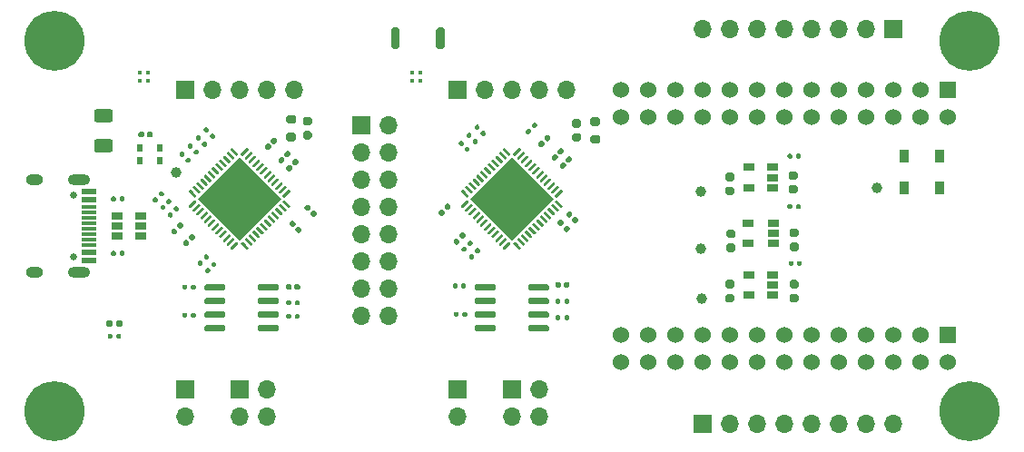
<source format=gts>
G04 #@! TF.GenerationSoftware,KiCad,Pcbnew,(5.1.10)-1*
G04 #@! TF.CreationDate,2021-10-21T22:48:54+02:00*
G04 #@! TF.ProjectId,mta1_usb_dev,6d746131-5f75-4736-925f-6465762e6b69,rev?*
G04 #@! TF.SameCoordinates,Original*
G04 #@! TF.FileFunction,Soldermask,Top*
G04 #@! TF.FilePolarity,Negative*
%FSLAX46Y46*%
G04 Gerber Fmt 4.6, Leading zero omitted, Abs format (unit mm)*
G04 Created by KiCad (PCBNEW (5.1.10)-1) date 2021-10-21 22:48:54*
%MOMM*%
%LPD*%
G01*
G04 APERTURE LIST*
%ADD10C,1.524000*%
%ADD11R,1.524000X1.524000*%
%ADD12C,0.002000*%
%ADD13C,0.100000*%
%ADD14C,5.600000*%
%ADD15C,3.600000*%
%ADD16R,1.000000X0.700000*%
%ADD17R,0.600000X0.800000*%
%ADD18O,1.700000X1.700000*%
%ADD19R,1.700000X1.700000*%
%ADD20R,1.450000X0.600000*%
%ADD21R,1.450000X0.300000*%
%ADD22O,2.100000X1.000000*%
%ADD23C,0.650000*%
%ADD24O,1.600000X1.000000*%
%ADD25R,0.900000X1.200000*%
%ADD26R,1.060000X0.650000*%
%ADD27C,1.000000*%
%ADD28R,0.450000X0.450000*%
G04 APERTURE END LIST*
G36*
G01*
X138500000Y-78200000D02*
X138500000Y-79800000D01*
G75*
G02*
X138300000Y-80000000I-200000J0D01*
G01*
X137900000Y-80000000D01*
G75*
G02*
X137700000Y-79800000I0J200000D01*
G01*
X137700000Y-78200000D01*
G75*
G02*
X137900000Y-78000000I200000J0D01*
G01*
X138300000Y-78000000D01*
G75*
G02*
X138500000Y-78200000I0J-200000D01*
G01*
G37*
G36*
G01*
X134300000Y-78200000D02*
X134300000Y-79800000D01*
G75*
G02*
X134100000Y-80000000I-200000J0D01*
G01*
X133700000Y-80000000D01*
G75*
G02*
X133500000Y-79800000I0J200000D01*
G01*
X133500000Y-78200000D01*
G75*
G02*
X133700000Y-78000000I200000J0D01*
G01*
X134100000Y-78000000D01*
G75*
G02*
X134300000Y-78200000I0J-200000D01*
G01*
G37*
G36*
G01*
X146280000Y-102385000D02*
X146280000Y-102085000D01*
G75*
G02*
X146430000Y-101935000I150000J0D01*
G01*
X148080000Y-101935000D01*
G75*
G02*
X148230000Y-102085000I0J-150000D01*
G01*
X148230000Y-102385000D01*
G75*
G02*
X148080000Y-102535000I-150000J0D01*
G01*
X146430000Y-102535000D01*
G75*
G02*
X146280000Y-102385000I0J150000D01*
G01*
G37*
G36*
G01*
X146280000Y-103655000D02*
X146280000Y-103355000D01*
G75*
G02*
X146430000Y-103205000I150000J0D01*
G01*
X148080000Y-103205000D01*
G75*
G02*
X148230000Y-103355000I0J-150000D01*
G01*
X148230000Y-103655000D01*
G75*
G02*
X148080000Y-103805000I-150000J0D01*
G01*
X146430000Y-103805000D01*
G75*
G02*
X146280000Y-103655000I0J150000D01*
G01*
G37*
G36*
G01*
X146280000Y-104925000D02*
X146280000Y-104625000D01*
G75*
G02*
X146430000Y-104475000I150000J0D01*
G01*
X148080000Y-104475000D01*
G75*
G02*
X148230000Y-104625000I0J-150000D01*
G01*
X148230000Y-104925000D01*
G75*
G02*
X148080000Y-105075000I-150000J0D01*
G01*
X146430000Y-105075000D01*
G75*
G02*
X146280000Y-104925000I0J150000D01*
G01*
G37*
G36*
G01*
X146280000Y-106195000D02*
X146280000Y-105895000D01*
G75*
G02*
X146430000Y-105745000I150000J0D01*
G01*
X148080000Y-105745000D01*
G75*
G02*
X148230000Y-105895000I0J-150000D01*
G01*
X148230000Y-106195000D01*
G75*
G02*
X148080000Y-106345000I-150000J0D01*
G01*
X146430000Y-106345000D01*
G75*
G02*
X146280000Y-106195000I0J150000D01*
G01*
G37*
G36*
G01*
X141330000Y-106195000D02*
X141330000Y-105895000D01*
G75*
G02*
X141480000Y-105745000I150000J0D01*
G01*
X143130000Y-105745000D01*
G75*
G02*
X143280000Y-105895000I0J-150000D01*
G01*
X143280000Y-106195000D01*
G75*
G02*
X143130000Y-106345000I-150000J0D01*
G01*
X141480000Y-106345000D01*
G75*
G02*
X141330000Y-106195000I0J150000D01*
G01*
G37*
G36*
G01*
X141330000Y-104925000D02*
X141330000Y-104625000D01*
G75*
G02*
X141480000Y-104475000I150000J0D01*
G01*
X143130000Y-104475000D01*
G75*
G02*
X143280000Y-104625000I0J-150000D01*
G01*
X143280000Y-104925000D01*
G75*
G02*
X143130000Y-105075000I-150000J0D01*
G01*
X141480000Y-105075000D01*
G75*
G02*
X141330000Y-104925000I0J150000D01*
G01*
G37*
G36*
G01*
X141330000Y-103655000D02*
X141330000Y-103355000D01*
G75*
G02*
X141480000Y-103205000I150000J0D01*
G01*
X143130000Y-103205000D01*
G75*
G02*
X143280000Y-103355000I0J-150000D01*
G01*
X143280000Y-103655000D01*
G75*
G02*
X143130000Y-103805000I-150000J0D01*
G01*
X141480000Y-103805000D01*
G75*
G02*
X141330000Y-103655000I0J150000D01*
G01*
G37*
G36*
G01*
X141330000Y-102385000D02*
X141330000Y-102085000D01*
G75*
G02*
X141480000Y-101935000I150000J0D01*
G01*
X143130000Y-101935000D01*
G75*
G02*
X143280000Y-102085000I0J-150000D01*
G01*
X143280000Y-102385000D01*
G75*
G02*
X143130000Y-102535000I-150000J0D01*
G01*
X141480000Y-102535000D01*
G75*
G02*
X141330000Y-102385000I0J150000D01*
G01*
G37*
G36*
G01*
X121060000Y-102385000D02*
X121060000Y-102085000D01*
G75*
G02*
X121210000Y-101935000I150000J0D01*
G01*
X122860000Y-101935000D01*
G75*
G02*
X123010000Y-102085000I0J-150000D01*
G01*
X123010000Y-102385000D01*
G75*
G02*
X122860000Y-102535000I-150000J0D01*
G01*
X121210000Y-102535000D01*
G75*
G02*
X121060000Y-102385000I0J150000D01*
G01*
G37*
G36*
G01*
X121060000Y-103655000D02*
X121060000Y-103355000D01*
G75*
G02*
X121210000Y-103205000I150000J0D01*
G01*
X122860000Y-103205000D01*
G75*
G02*
X123010000Y-103355000I0J-150000D01*
G01*
X123010000Y-103655000D01*
G75*
G02*
X122860000Y-103805000I-150000J0D01*
G01*
X121210000Y-103805000D01*
G75*
G02*
X121060000Y-103655000I0J150000D01*
G01*
G37*
G36*
G01*
X121060000Y-104925000D02*
X121060000Y-104625000D01*
G75*
G02*
X121210000Y-104475000I150000J0D01*
G01*
X122860000Y-104475000D01*
G75*
G02*
X123010000Y-104625000I0J-150000D01*
G01*
X123010000Y-104925000D01*
G75*
G02*
X122860000Y-105075000I-150000J0D01*
G01*
X121210000Y-105075000D01*
G75*
G02*
X121060000Y-104925000I0J150000D01*
G01*
G37*
G36*
G01*
X121060000Y-106195000D02*
X121060000Y-105895000D01*
G75*
G02*
X121210000Y-105745000I150000J0D01*
G01*
X122860000Y-105745000D01*
G75*
G02*
X123010000Y-105895000I0J-150000D01*
G01*
X123010000Y-106195000D01*
G75*
G02*
X122860000Y-106345000I-150000J0D01*
G01*
X121210000Y-106345000D01*
G75*
G02*
X121060000Y-106195000I0J150000D01*
G01*
G37*
G36*
G01*
X116110000Y-106195000D02*
X116110000Y-105895000D01*
G75*
G02*
X116260000Y-105745000I150000J0D01*
G01*
X117910000Y-105745000D01*
G75*
G02*
X118060000Y-105895000I0J-150000D01*
G01*
X118060000Y-106195000D01*
G75*
G02*
X117910000Y-106345000I-150000J0D01*
G01*
X116260000Y-106345000D01*
G75*
G02*
X116110000Y-106195000I0J150000D01*
G01*
G37*
G36*
G01*
X116110000Y-104925000D02*
X116110000Y-104625000D01*
G75*
G02*
X116260000Y-104475000I150000J0D01*
G01*
X117910000Y-104475000D01*
G75*
G02*
X118060000Y-104625000I0J-150000D01*
G01*
X118060000Y-104925000D01*
G75*
G02*
X117910000Y-105075000I-150000J0D01*
G01*
X116260000Y-105075000D01*
G75*
G02*
X116110000Y-104925000I0J150000D01*
G01*
G37*
G36*
G01*
X116110000Y-103655000D02*
X116110000Y-103355000D01*
G75*
G02*
X116260000Y-103205000I150000J0D01*
G01*
X117910000Y-103205000D01*
G75*
G02*
X118060000Y-103355000I0J-150000D01*
G01*
X118060000Y-103655000D01*
G75*
G02*
X117910000Y-103805000I-150000J0D01*
G01*
X116260000Y-103805000D01*
G75*
G02*
X116110000Y-103655000I0J150000D01*
G01*
G37*
G36*
G01*
X116110000Y-102385000D02*
X116110000Y-102085000D01*
G75*
G02*
X116260000Y-101935000I150000J0D01*
G01*
X117910000Y-101935000D01*
G75*
G02*
X118060000Y-102085000I0J-150000D01*
G01*
X118060000Y-102385000D01*
G75*
G02*
X117910000Y-102535000I-150000J0D01*
G01*
X116260000Y-102535000D01*
G75*
G02*
X116110000Y-102385000I0J150000D01*
G01*
G37*
D10*
X185420000Y-86360000D03*
D11*
X185420000Y-83820000D03*
D10*
X154940000Y-109220000D03*
X154940000Y-106680000D03*
X157480000Y-109220000D03*
X157480000Y-106680000D03*
X160020000Y-109220000D03*
X160020000Y-106680000D03*
X162560000Y-109220000D03*
X162560000Y-106680000D03*
X165100000Y-109220000D03*
X165100000Y-106680000D03*
X167640000Y-109220000D03*
X167640000Y-106680000D03*
X170180000Y-109220000D03*
X170180000Y-106680000D03*
X172720000Y-109220000D03*
X172720000Y-106680000D03*
X175260000Y-109220000D03*
X175260000Y-106680000D03*
X177800000Y-109220000D03*
X177800000Y-106680000D03*
X180340000Y-109220000D03*
X180340000Y-106680000D03*
X182880000Y-109220000D03*
X182880000Y-106680000D03*
X185420000Y-109220000D03*
D11*
X185420000Y-106680000D03*
D10*
X154940000Y-86360000D03*
X154940000Y-83820000D03*
X157480000Y-86360000D03*
X157480000Y-83820000D03*
X160020000Y-86360000D03*
X160020000Y-83820000D03*
X162560000Y-86360000D03*
X162560000Y-83820000D03*
X165100000Y-86360000D03*
X165100000Y-83820000D03*
X167640000Y-86360000D03*
X167640000Y-83820000D03*
X170180000Y-86360000D03*
X170180000Y-83820000D03*
X172720000Y-86360000D03*
X172720000Y-83820000D03*
X175260000Y-86360000D03*
X175260000Y-83820000D03*
X177800000Y-86360000D03*
X177800000Y-83820000D03*
X180340000Y-86360000D03*
X180340000Y-83820000D03*
X182880000Y-86360000D03*
X182880000Y-83820000D03*
D12*
X119380000Y-93980000D03*
X119380000Y-91824739D03*
X121535261Y-93980000D03*
X119380000Y-96135261D03*
X117224739Y-93980000D03*
D13*
G36*
X119380000Y-97869087D02*
G01*
X115490913Y-93980000D01*
X119380000Y-90090913D01*
X123269087Y-93980000D01*
X119380000Y-97869087D01*
G37*
G36*
G01*
X115181554Y-93847417D02*
X114651224Y-93317087D01*
G75*
G02*
X114651224Y-93228699I44194J44194D01*
G01*
X114739612Y-93140311D01*
G75*
G02*
X114828000Y-93140311I44194J-44194D01*
G01*
X115358330Y-93670641D01*
G75*
G02*
X115358330Y-93759029I-44194J-44194D01*
G01*
X115269942Y-93847417D01*
G75*
G02*
X115181554Y-93847417I-44194J44194D01*
G01*
G37*
G36*
G01*
X115535107Y-93493864D02*
X115004777Y-92963534D01*
G75*
G02*
X115004777Y-92875146I44194J44194D01*
G01*
X115093165Y-92786758D01*
G75*
G02*
X115181553Y-92786758I44194J-44194D01*
G01*
X115711883Y-93317088D01*
G75*
G02*
X115711883Y-93405476I-44194J-44194D01*
G01*
X115623495Y-93493864D01*
G75*
G02*
X115535107Y-93493864I-44194J44194D01*
G01*
G37*
G36*
G01*
X115888661Y-93140310D02*
X115358331Y-92609980D01*
G75*
G02*
X115358331Y-92521592I44194J44194D01*
G01*
X115446719Y-92433204D01*
G75*
G02*
X115535107Y-92433204I44194J-44194D01*
G01*
X116065437Y-92963534D01*
G75*
G02*
X116065437Y-93051922I-44194J-44194D01*
G01*
X115977049Y-93140310D01*
G75*
G02*
X115888661Y-93140310I-44194J44194D01*
G01*
G37*
G36*
G01*
X116242214Y-92786757D02*
X115711884Y-92256427D01*
G75*
G02*
X115711884Y-92168039I44194J44194D01*
G01*
X115800272Y-92079651D01*
G75*
G02*
X115888660Y-92079651I44194J-44194D01*
G01*
X116418990Y-92609981D01*
G75*
G02*
X116418990Y-92698369I-44194J-44194D01*
G01*
X116330602Y-92786757D01*
G75*
G02*
X116242214Y-92786757I-44194J44194D01*
G01*
G37*
G36*
G01*
X116595767Y-92433204D02*
X116065437Y-91902874D01*
G75*
G02*
X116065437Y-91814486I44194J44194D01*
G01*
X116153825Y-91726098D01*
G75*
G02*
X116242213Y-91726098I44194J-44194D01*
G01*
X116772543Y-92256428D01*
G75*
G02*
X116772543Y-92344816I-44194J-44194D01*
G01*
X116684155Y-92433204D01*
G75*
G02*
X116595767Y-92433204I-44194J44194D01*
G01*
G37*
G36*
G01*
X116949321Y-92079650D02*
X116418991Y-91549320D01*
G75*
G02*
X116418991Y-91460932I44194J44194D01*
G01*
X116507379Y-91372544D01*
G75*
G02*
X116595767Y-91372544I44194J-44194D01*
G01*
X117126097Y-91902874D01*
G75*
G02*
X117126097Y-91991262I-44194J-44194D01*
G01*
X117037709Y-92079650D01*
G75*
G02*
X116949321Y-92079650I-44194J44194D01*
G01*
G37*
G36*
G01*
X117302874Y-91726097D02*
X116772544Y-91195767D01*
G75*
G02*
X116772544Y-91107379I44194J44194D01*
G01*
X116860932Y-91018991D01*
G75*
G02*
X116949320Y-91018991I44194J-44194D01*
G01*
X117479650Y-91549321D01*
G75*
G02*
X117479650Y-91637709I-44194J-44194D01*
G01*
X117391262Y-91726097D01*
G75*
G02*
X117302874Y-91726097I-44194J44194D01*
G01*
G37*
G36*
G01*
X117656428Y-91372543D02*
X117126098Y-90842213D01*
G75*
G02*
X117126098Y-90753825I44194J44194D01*
G01*
X117214486Y-90665437D01*
G75*
G02*
X117302874Y-90665437I44194J-44194D01*
G01*
X117833204Y-91195767D01*
G75*
G02*
X117833204Y-91284155I-44194J-44194D01*
G01*
X117744816Y-91372543D01*
G75*
G02*
X117656428Y-91372543I-44194J44194D01*
G01*
G37*
G36*
G01*
X118009981Y-91018990D02*
X117479651Y-90488660D01*
G75*
G02*
X117479651Y-90400272I44194J44194D01*
G01*
X117568039Y-90311884D01*
G75*
G02*
X117656427Y-90311884I44194J-44194D01*
G01*
X118186757Y-90842214D01*
G75*
G02*
X118186757Y-90930602I-44194J-44194D01*
G01*
X118098369Y-91018990D01*
G75*
G02*
X118009981Y-91018990I-44194J44194D01*
G01*
G37*
G36*
G01*
X118363534Y-90665437D02*
X117833204Y-90135107D01*
G75*
G02*
X117833204Y-90046719I44194J44194D01*
G01*
X117921592Y-89958331D01*
G75*
G02*
X118009980Y-89958331I44194J-44194D01*
G01*
X118540310Y-90488661D01*
G75*
G02*
X118540310Y-90577049I-44194J-44194D01*
G01*
X118451922Y-90665437D01*
G75*
G02*
X118363534Y-90665437I-44194J44194D01*
G01*
G37*
G36*
G01*
X118717088Y-90311883D02*
X118186758Y-89781553D01*
G75*
G02*
X118186758Y-89693165I44194J44194D01*
G01*
X118275146Y-89604777D01*
G75*
G02*
X118363534Y-89604777I44194J-44194D01*
G01*
X118893864Y-90135107D01*
G75*
G02*
X118893864Y-90223495I-44194J-44194D01*
G01*
X118805476Y-90311883D01*
G75*
G02*
X118717088Y-90311883I-44194J44194D01*
G01*
G37*
G36*
G01*
X119070641Y-89958330D02*
X118540311Y-89428000D01*
G75*
G02*
X118540311Y-89339612I44194J44194D01*
G01*
X118628699Y-89251224D01*
G75*
G02*
X118717087Y-89251224I44194J-44194D01*
G01*
X119247417Y-89781554D01*
G75*
G02*
X119247417Y-89869942I-44194J-44194D01*
G01*
X119159029Y-89958330D01*
G75*
G02*
X119070641Y-89958330I-44194J44194D01*
G01*
G37*
G36*
G01*
X119600971Y-89958330D02*
X119512583Y-89869942D01*
G75*
G02*
X119512583Y-89781554I44194J44194D01*
G01*
X120042913Y-89251224D01*
G75*
G02*
X120131301Y-89251224I44194J-44194D01*
G01*
X120219689Y-89339612D01*
G75*
G02*
X120219689Y-89428000I-44194J-44194D01*
G01*
X119689359Y-89958330D01*
G75*
G02*
X119600971Y-89958330I-44194J44194D01*
G01*
G37*
G36*
G01*
X119954524Y-90311883D02*
X119866136Y-90223495D01*
G75*
G02*
X119866136Y-90135107I44194J44194D01*
G01*
X120396466Y-89604777D01*
G75*
G02*
X120484854Y-89604777I44194J-44194D01*
G01*
X120573242Y-89693165D01*
G75*
G02*
X120573242Y-89781553I-44194J-44194D01*
G01*
X120042912Y-90311883D01*
G75*
G02*
X119954524Y-90311883I-44194J44194D01*
G01*
G37*
G36*
G01*
X120308078Y-90665437D02*
X120219690Y-90577049D01*
G75*
G02*
X120219690Y-90488661I44194J44194D01*
G01*
X120750020Y-89958331D01*
G75*
G02*
X120838408Y-89958331I44194J-44194D01*
G01*
X120926796Y-90046719D01*
G75*
G02*
X120926796Y-90135107I-44194J-44194D01*
G01*
X120396466Y-90665437D01*
G75*
G02*
X120308078Y-90665437I-44194J44194D01*
G01*
G37*
G36*
G01*
X120661631Y-91018990D02*
X120573243Y-90930602D01*
G75*
G02*
X120573243Y-90842214I44194J44194D01*
G01*
X121103573Y-90311884D01*
G75*
G02*
X121191961Y-90311884I44194J-44194D01*
G01*
X121280349Y-90400272D01*
G75*
G02*
X121280349Y-90488660I-44194J-44194D01*
G01*
X120750019Y-91018990D01*
G75*
G02*
X120661631Y-91018990I-44194J44194D01*
G01*
G37*
G36*
G01*
X121015184Y-91372543D02*
X120926796Y-91284155D01*
G75*
G02*
X120926796Y-91195767I44194J44194D01*
G01*
X121457126Y-90665437D01*
G75*
G02*
X121545514Y-90665437I44194J-44194D01*
G01*
X121633902Y-90753825D01*
G75*
G02*
X121633902Y-90842213I-44194J-44194D01*
G01*
X121103572Y-91372543D01*
G75*
G02*
X121015184Y-91372543I-44194J44194D01*
G01*
G37*
G36*
G01*
X121368738Y-91726097D02*
X121280350Y-91637709D01*
G75*
G02*
X121280350Y-91549321I44194J44194D01*
G01*
X121810680Y-91018991D01*
G75*
G02*
X121899068Y-91018991I44194J-44194D01*
G01*
X121987456Y-91107379D01*
G75*
G02*
X121987456Y-91195767I-44194J-44194D01*
G01*
X121457126Y-91726097D01*
G75*
G02*
X121368738Y-91726097I-44194J44194D01*
G01*
G37*
G36*
G01*
X121722291Y-92079650D02*
X121633903Y-91991262D01*
G75*
G02*
X121633903Y-91902874I44194J44194D01*
G01*
X122164233Y-91372544D01*
G75*
G02*
X122252621Y-91372544I44194J-44194D01*
G01*
X122341009Y-91460932D01*
G75*
G02*
X122341009Y-91549320I-44194J-44194D01*
G01*
X121810679Y-92079650D01*
G75*
G02*
X121722291Y-92079650I-44194J44194D01*
G01*
G37*
G36*
G01*
X122075845Y-92433204D02*
X121987457Y-92344816D01*
G75*
G02*
X121987457Y-92256428I44194J44194D01*
G01*
X122517787Y-91726098D01*
G75*
G02*
X122606175Y-91726098I44194J-44194D01*
G01*
X122694563Y-91814486D01*
G75*
G02*
X122694563Y-91902874I-44194J-44194D01*
G01*
X122164233Y-92433204D01*
G75*
G02*
X122075845Y-92433204I-44194J44194D01*
G01*
G37*
G36*
G01*
X122429398Y-92786757D02*
X122341010Y-92698369D01*
G75*
G02*
X122341010Y-92609981I44194J44194D01*
G01*
X122871340Y-92079651D01*
G75*
G02*
X122959728Y-92079651I44194J-44194D01*
G01*
X123048116Y-92168039D01*
G75*
G02*
X123048116Y-92256427I-44194J-44194D01*
G01*
X122517786Y-92786757D01*
G75*
G02*
X122429398Y-92786757I-44194J44194D01*
G01*
G37*
G36*
G01*
X122782951Y-93140310D02*
X122694563Y-93051922D01*
G75*
G02*
X122694563Y-92963534I44194J44194D01*
G01*
X123224893Y-92433204D01*
G75*
G02*
X123313281Y-92433204I44194J-44194D01*
G01*
X123401669Y-92521592D01*
G75*
G02*
X123401669Y-92609980I-44194J-44194D01*
G01*
X122871339Y-93140310D01*
G75*
G02*
X122782951Y-93140310I-44194J44194D01*
G01*
G37*
G36*
G01*
X123136505Y-93493864D02*
X123048117Y-93405476D01*
G75*
G02*
X123048117Y-93317088I44194J44194D01*
G01*
X123578447Y-92786758D01*
G75*
G02*
X123666835Y-92786758I44194J-44194D01*
G01*
X123755223Y-92875146D01*
G75*
G02*
X123755223Y-92963534I-44194J-44194D01*
G01*
X123224893Y-93493864D01*
G75*
G02*
X123136505Y-93493864I-44194J44194D01*
G01*
G37*
G36*
G01*
X123490058Y-93847417D02*
X123401670Y-93759029D01*
G75*
G02*
X123401670Y-93670641I44194J44194D01*
G01*
X123932000Y-93140311D01*
G75*
G02*
X124020388Y-93140311I44194J-44194D01*
G01*
X124108776Y-93228699D01*
G75*
G02*
X124108776Y-93317087I-44194J-44194D01*
G01*
X123578446Y-93847417D01*
G75*
G02*
X123490058Y-93847417I-44194J44194D01*
G01*
G37*
G36*
G01*
X123932000Y-94819689D02*
X123401670Y-94289359D01*
G75*
G02*
X123401670Y-94200971I44194J44194D01*
G01*
X123490058Y-94112583D01*
G75*
G02*
X123578446Y-94112583I44194J-44194D01*
G01*
X124108776Y-94642913D01*
G75*
G02*
X124108776Y-94731301I-44194J-44194D01*
G01*
X124020388Y-94819689D01*
G75*
G02*
X123932000Y-94819689I-44194J44194D01*
G01*
G37*
G36*
G01*
X123578447Y-95173242D02*
X123048117Y-94642912D01*
G75*
G02*
X123048117Y-94554524I44194J44194D01*
G01*
X123136505Y-94466136D01*
G75*
G02*
X123224893Y-94466136I44194J-44194D01*
G01*
X123755223Y-94996466D01*
G75*
G02*
X123755223Y-95084854I-44194J-44194D01*
G01*
X123666835Y-95173242D01*
G75*
G02*
X123578447Y-95173242I-44194J44194D01*
G01*
G37*
G36*
G01*
X123224893Y-95526796D02*
X122694563Y-94996466D01*
G75*
G02*
X122694563Y-94908078I44194J44194D01*
G01*
X122782951Y-94819690D01*
G75*
G02*
X122871339Y-94819690I44194J-44194D01*
G01*
X123401669Y-95350020D01*
G75*
G02*
X123401669Y-95438408I-44194J-44194D01*
G01*
X123313281Y-95526796D01*
G75*
G02*
X123224893Y-95526796I-44194J44194D01*
G01*
G37*
G36*
G01*
X122871340Y-95880349D02*
X122341010Y-95350019D01*
G75*
G02*
X122341010Y-95261631I44194J44194D01*
G01*
X122429398Y-95173243D01*
G75*
G02*
X122517786Y-95173243I44194J-44194D01*
G01*
X123048116Y-95703573D01*
G75*
G02*
X123048116Y-95791961I-44194J-44194D01*
G01*
X122959728Y-95880349D01*
G75*
G02*
X122871340Y-95880349I-44194J44194D01*
G01*
G37*
G36*
G01*
X122517787Y-96233902D02*
X121987457Y-95703572D01*
G75*
G02*
X121987457Y-95615184I44194J44194D01*
G01*
X122075845Y-95526796D01*
G75*
G02*
X122164233Y-95526796I44194J-44194D01*
G01*
X122694563Y-96057126D01*
G75*
G02*
X122694563Y-96145514I-44194J-44194D01*
G01*
X122606175Y-96233902D01*
G75*
G02*
X122517787Y-96233902I-44194J44194D01*
G01*
G37*
G36*
G01*
X122164233Y-96587456D02*
X121633903Y-96057126D01*
G75*
G02*
X121633903Y-95968738I44194J44194D01*
G01*
X121722291Y-95880350D01*
G75*
G02*
X121810679Y-95880350I44194J-44194D01*
G01*
X122341009Y-96410680D01*
G75*
G02*
X122341009Y-96499068I-44194J-44194D01*
G01*
X122252621Y-96587456D01*
G75*
G02*
X122164233Y-96587456I-44194J44194D01*
G01*
G37*
G36*
G01*
X121810680Y-96941009D02*
X121280350Y-96410679D01*
G75*
G02*
X121280350Y-96322291I44194J44194D01*
G01*
X121368738Y-96233903D01*
G75*
G02*
X121457126Y-96233903I44194J-44194D01*
G01*
X121987456Y-96764233D01*
G75*
G02*
X121987456Y-96852621I-44194J-44194D01*
G01*
X121899068Y-96941009D01*
G75*
G02*
X121810680Y-96941009I-44194J44194D01*
G01*
G37*
G36*
G01*
X121457126Y-97294563D02*
X120926796Y-96764233D01*
G75*
G02*
X120926796Y-96675845I44194J44194D01*
G01*
X121015184Y-96587457D01*
G75*
G02*
X121103572Y-96587457I44194J-44194D01*
G01*
X121633902Y-97117787D01*
G75*
G02*
X121633902Y-97206175I-44194J-44194D01*
G01*
X121545514Y-97294563D01*
G75*
G02*
X121457126Y-97294563I-44194J44194D01*
G01*
G37*
G36*
G01*
X121103573Y-97648116D02*
X120573243Y-97117786D01*
G75*
G02*
X120573243Y-97029398I44194J44194D01*
G01*
X120661631Y-96941010D01*
G75*
G02*
X120750019Y-96941010I44194J-44194D01*
G01*
X121280349Y-97471340D01*
G75*
G02*
X121280349Y-97559728I-44194J-44194D01*
G01*
X121191961Y-97648116D01*
G75*
G02*
X121103573Y-97648116I-44194J44194D01*
G01*
G37*
G36*
G01*
X120750020Y-98001669D02*
X120219690Y-97471339D01*
G75*
G02*
X120219690Y-97382951I44194J44194D01*
G01*
X120308078Y-97294563D01*
G75*
G02*
X120396466Y-97294563I44194J-44194D01*
G01*
X120926796Y-97824893D01*
G75*
G02*
X120926796Y-97913281I-44194J-44194D01*
G01*
X120838408Y-98001669D01*
G75*
G02*
X120750020Y-98001669I-44194J44194D01*
G01*
G37*
G36*
G01*
X120396466Y-98355223D02*
X119866136Y-97824893D01*
G75*
G02*
X119866136Y-97736505I44194J44194D01*
G01*
X119954524Y-97648117D01*
G75*
G02*
X120042912Y-97648117I44194J-44194D01*
G01*
X120573242Y-98178447D01*
G75*
G02*
X120573242Y-98266835I-44194J-44194D01*
G01*
X120484854Y-98355223D01*
G75*
G02*
X120396466Y-98355223I-44194J44194D01*
G01*
G37*
G36*
G01*
X120042913Y-98708776D02*
X119512583Y-98178446D01*
G75*
G02*
X119512583Y-98090058I44194J44194D01*
G01*
X119600971Y-98001670D01*
G75*
G02*
X119689359Y-98001670I44194J-44194D01*
G01*
X120219689Y-98532000D01*
G75*
G02*
X120219689Y-98620388I-44194J-44194D01*
G01*
X120131301Y-98708776D01*
G75*
G02*
X120042913Y-98708776I-44194J44194D01*
G01*
G37*
G36*
G01*
X118628699Y-98708776D02*
X118540311Y-98620388D01*
G75*
G02*
X118540311Y-98532000I44194J44194D01*
G01*
X119070641Y-98001670D01*
G75*
G02*
X119159029Y-98001670I44194J-44194D01*
G01*
X119247417Y-98090058D01*
G75*
G02*
X119247417Y-98178446I-44194J-44194D01*
G01*
X118717087Y-98708776D01*
G75*
G02*
X118628699Y-98708776I-44194J44194D01*
G01*
G37*
G36*
G01*
X118275146Y-98355223D02*
X118186758Y-98266835D01*
G75*
G02*
X118186758Y-98178447I44194J44194D01*
G01*
X118717088Y-97648117D01*
G75*
G02*
X118805476Y-97648117I44194J-44194D01*
G01*
X118893864Y-97736505D01*
G75*
G02*
X118893864Y-97824893I-44194J-44194D01*
G01*
X118363534Y-98355223D01*
G75*
G02*
X118275146Y-98355223I-44194J44194D01*
G01*
G37*
G36*
G01*
X117921592Y-98001669D02*
X117833204Y-97913281D01*
G75*
G02*
X117833204Y-97824893I44194J44194D01*
G01*
X118363534Y-97294563D01*
G75*
G02*
X118451922Y-97294563I44194J-44194D01*
G01*
X118540310Y-97382951D01*
G75*
G02*
X118540310Y-97471339I-44194J-44194D01*
G01*
X118009980Y-98001669D01*
G75*
G02*
X117921592Y-98001669I-44194J44194D01*
G01*
G37*
G36*
G01*
X117568039Y-97648116D02*
X117479651Y-97559728D01*
G75*
G02*
X117479651Y-97471340I44194J44194D01*
G01*
X118009981Y-96941010D01*
G75*
G02*
X118098369Y-96941010I44194J-44194D01*
G01*
X118186757Y-97029398D01*
G75*
G02*
X118186757Y-97117786I-44194J-44194D01*
G01*
X117656427Y-97648116D01*
G75*
G02*
X117568039Y-97648116I-44194J44194D01*
G01*
G37*
G36*
G01*
X117214486Y-97294563D02*
X117126098Y-97206175D01*
G75*
G02*
X117126098Y-97117787I44194J44194D01*
G01*
X117656428Y-96587457D01*
G75*
G02*
X117744816Y-96587457I44194J-44194D01*
G01*
X117833204Y-96675845D01*
G75*
G02*
X117833204Y-96764233I-44194J-44194D01*
G01*
X117302874Y-97294563D01*
G75*
G02*
X117214486Y-97294563I-44194J44194D01*
G01*
G37*
G36*
G01*
X116860932Y-96941009D02*
X116772544Y-96852621D01*
G75*
G02*
X116772544Y-96764233I44194J44194D01*
G01*
X117302874Y-96233903D01*
G75*
G02*
X117391262Y-96233903I44194J-44194D01*
G01*
X117479650Y-96322291D01*
G75*
G02*
X117479650Y-96410679I-44194J-44194D01*
G01*
X116949320Y-96941009D01*
G75*
G02*
X116860932Y-96941009I-44194J44194D01*
G01*
G37*
G36*
G01*
X116507379Y-96587456D02*
X116418991Y-96499068D01*
G75*
G02*
X116418991Y-96410680I44194J44194D01*
G01*
X116949321Y-95880350D01*
G75*
G02*
X117037709Y-95880350I44194J-44194D01*
G01*
X117126097Y-95968738D01*
G75*
G02*
X117126097Y-96057126I-44194J-44194D01*
G01*
X116595767Y-96587456D01*
G75*
G02*
X116507379Y-96587456I-44194J44194D01*
G01*
G37*
G36*
G01*
X116153825Y-96233902D02*
X116065437Y-96145514D01*
G75*
G02*
X116065437Y-96057126I44194J44194D01*
G01*
X116595767Y-95526796D01*
G75*
G02*
X116684155Y-95526796I44194J-44194D01*
G01*
X116772543Y-95615184D01*
G75*
G02*
X116772543Y-95703572I-44194J-44194D01*
G01*
X116242213Y-96233902D01*
G75*
G02*
X116153825Y-96233902I-44194J44194D01*
G01*
G37*
G36*
G01*
X115800272Y-95880349D02*
X115711884Y-95791961D01*
G75*
G02*
X115711884Y-95703573I44194J44194D01*
G01*
X116242214Y-95173243D01*
G75*
G02*
X116330602Y-95173243I44194J-44194D01*
G01*
X116418990Y-95261631D01*
G75*
G02*
X116418990Y-95350019I-44194J-44194D01*
G01*
X115888660Y-95880349D01*
G75*
G02*
X115800272Y-95880349I-44194J44194D01*
G01*
G37*
G36*
G01*
X115446719Y-95526796D02*
X115358331Y-95438408D01*
G75*
G02*
X115358331Y-95350020I44194J44194D01*
G01*
X115888661Y-94819690D01*
G75*
G02*
X115977049Y-94819690I44194J-44194D01*
G01*
X116065437Y-94908078D01*
G75*
G02*
X116065437Y-94996466I-44194J-44194D01*
G01*
X115535107Y-95526796D01*
G75*
G02*
X115446719Y-95526796I-44194J44194D01*
G01*
G37*
G36*
G01*
X115093165Y-95173242D02*
X115004777Y-95084854D01*
G75*
G02*
X115004777Y-94996466I44194J44194D01*
G01*
X115535107Y-94466136D01*
G75*
G02*
X115623495Y-94466136I44194J-44194D01*
G01*
X115711883Y-94554524D01*
G75*
G02*
X115711883Y-94642912I-44194J-44194D01*
G01*
X115181553Y-95173242D01*
G75*
G02*
X115093165Y-95173242I-44194J44194D01*
G01*
G37*
G36*
G01*
X114739612Y-94819689D02*
X114651224Y-94731301D01*
G75*
G02*
X114651224Y-94642913I44194J44194D01*
G01*
X115181554Y-94112583D01*
G75*
G02*
X115269942Y-94112583I44194J-44194D01*
G01*
X115358330Y-94200971D01*
G75*
G02*
X115358330Y-94289359I-44194J-44194D01*
G01*
X114828000Y-94819689D01*
G75*
G02*
X114739612Y-94819689I-44194J44194D01*
G01*
G37*
D12*
X144780000Y-93980000D03*
X144780000Y-91824739D03*
X146935261Y-93980000D03*
X144780000Y-96135261D03*
X142624739Y-93980000D03*
D13*
G36*
X144780000Y-97869087D02*
G01*
X140890913Y-93980000D01*
X144780000Y-90090913D01*
X148669087Y-93980000D01*
X144780000Y-97869087D01*
G37*
G36*
G01*
X140581554Y-93847417D02*
X140051224Y-93317087D01*
G75*
G02*
X140051224Y-93228699I44194J44194D01*
G01*
X140139612Y-93140311D01*
G75*
G02*
X140228000Y-93140311I44194J-44194D01*
G01*
X140758330Y-93670641D01*
G75*
G02*
X140758330Y-93759029I-44194J-44194D01*
G01*
X140669942Y-93847417D01*
G75*
G02*
X140581554Y-93847417I-44194J44194D01*
G01*
G37*
G36*
G01*
X140935107Y-93493864D02*
X140404777Y-92963534D01*
G75*
G02*
X140404777Y-92875146I44194J44194D01*
G01*
X140493165Y-92786758D01*
G75*
G02*
X140581553Y-92786758I44194J-44194D01*
G01*
X141111883Y-93317088D01*
G75*
G02*
X141111883Y-93405476I-44194J-44194D01*
G01*
X141023495Y-93493864D01*
G75*
G02*
X140935107Y-93493864I-44194J44194D01*
G01*
G37*
G36*
G01*
X141288661Y-93140310D02*
X140758331Y-92609980D01*
G75*
G02*
X140758331Y-92521592I44194J44194D01*
G01*
X140846719Y-92433204D01*
G75*
G02*
X140935107Y-92433204I44194J-44194D01*
G01*
X141465437Y-92963534D01*
G75*
G02*
X141465437Y-93051922I-44194J-44194D01*
G01*
X141377049Y-93140310D01*
G75*
G02*
X141288661Y-93140310I-44194J44194D01*
G01*
G37*
G36*
G01*
X141642214Y-92786757D02*
X141111884Y-92256427D01*
G75*
G02*
X141111884Y-92168039I44194J44194D01*
G01*
X141200272Y-92079651D01*
G75*
G02*
X141288660Y-92079651I44194J-44194D01*
G01*
X141818990Y-92609981D01*
G75*
G02*
X141818990Y-92698369I-44194J-44194D01*
G01*
X141730602Y-92786757D01*
G75*
G02*
X141642214Y-92786757I-44194J44194D01*
G01*
G37*
G36*
G01*
X141995767Y-92433204D02*
X141465437Y-91902874D01*
G75*
G02*
X141465437Y-91814486I44194J44194D01*
G01*
X141553825Y-91726098D01*
G75*
G02*
X141642213Y-91726098I44194J-44194D01*
G01*
X142172543Y-92256428D01*
G75*
G02*
X142172543Y-92344816I-44194J-44194D01*
G01*
X142084155Y-92433204D01*
G75*
G02*
X141995767Y-92433204I-44194J44194D01*
G01*
G37*
G36*
G01*
X142349321Y-92079650D02*
X141818991Y-91549320D01*
G75*
G02*
X141818991Y-91460932I44194J44194D01*
G01*
X141907379Y-91372544D01*
G75*
G02*
X141995767Y-91372544I44194J-44194D01*
G01*
X142526097Y-91902874D01*
G75*
G02*
X142526097Y-91991262I-44194J-44194D01*
G01*
X142437709Y-92079650D01*
G75*
G02*
X142349321Y-92079650I-44194J44194D01*
G01*
G37*
G36*
G01*
X142702874Y-91726097D02*
X142172544Y-91195767D01*
G75*
G02*
X142172544Y-91107379I44194J44194D01*
G01*
X142260932Y-91018991D01*
G75*
G02*
X142349320Y-91018991I44194J-44194D01*
G01*
X142879650Y-91549321D01*
G75*
G02*
X142879650Y-91637709I-44194J-44194D01*
G01*
X142791262Y-91726097D01*
G75*
G02*
X142702874Y-91726097I-44194J44194D01*
G01*
G37*
G36*
G01*
X143056428Y-91372543D02*
X142526098Y-90842213D01*
G75*
G02*
X142526098Y-90753825I44194J44194D01*
G01*
X142614486Y-90665437D01*
G75*
G02*
X142702874Y-90665437I44194J-44194D01*
G01*
X143233204Y-91195767D01*
G75*
G02*
X143233204Y-91284155I-44194J-44194D01*
G01*
X143144816Y-91372543D01*
G75*
G02*
X143056428Y-91372543I-44194J44194D01*
G01*
G37*
G36*
G01*
X143409981Y-91018990D02*
X142879651Y-90488660D01*
G75*
G02*
X142879651Y-90400272I44194J44194D01*
G01*
X142968039Y-90311884D01*
G75*
G02*
X143056427Y-90311884I44194J-44194D01*
G01*
X143586757Y-90842214D01*
G75*
G02*
X143586757Y-90930602I-44194J-44194D01*
G01*
X143498369Y-91018990D01*
G75*
G02*
X143409981Y-91018990I-44194J44194D01*
G01*
G37*
G36*
G01*
X143763534Y-90665437D02*
X143233204Y-90135107D01*
G75*
G02*
X143233204Y-90046719I44194J44194D01*
G01*
X143321592Y-89958331D01*
G75*
G02*
X143409980Y-89958331I44194J-44194D01*
G01*
X143940310Y-90488661D01*
G75*
G02*
X143940310Y-90577049I-44194J-44194D01*
G01*
X143851922Y-90665437D01*
G75*
G02*
X143763534Y-90665437I-44194J44194D01*
G01*
G37*
G36*
G01*
X144117088Y-90311883D02*
X143586758Y-89781553D01*
G75*
G02*
X143586758Y-89693165I44194J44194D01*
G01*
X143675146Y-89604777D01*
G75*
G02*
X143763534Y-89604777I44194J-44194D01*
G01*
X144293864Y-90135107D01*
G75*
G02*
X144293864Y-90223495I-44194J-44194D01*
G01*
X144205476Y-90311883D01*
G75*
G02*
X144117088Y-90311883I-44194J44194D01*
G01*
G37*
G36*
G01*
X144470641Y-89958330D02*
X143940311Y-89428000D01*
G75*
G02*
X143940311Y-89339612I44194J44194D01*
G01*
X144028699Y-89251224D01*
G75*
G02*
X144117087Y-89251224I44194J-44194D01*
G01*
X144647417Y-89781554D01*
G75*
G02*
X144647417Y-89869942I-44194J-44194D01*
G01*
X144559029Y-89958330D01*
G75*
G02*
X144470641Y-89958330I-44194J44194D01*
G01*
G37*
G36*
G01*
X145000971Y-89958330D02*
X144912583Y-89869942D01*
G75*
G02*
X144912583Y-89781554I44194J44194D01*
G01*
X145442913Y-89251224D01*
G75*
G02*
X145531301Y-89251224I44194J-44194D01*
G01*
X145619689Y-89339612D01*
G75*
G02*
X145619689Y-89428000I-44194J-44194D01*
G01*
X145089359Y-89958330D01*
G75*
G02*
X145000971Y-89958330I-44194J44194D01*
G01*
G37*
G36*
G01*
X145354524Y-90311883D02*
X145266136Y-90223495D01*
G75*
G02*
X145266136Y-90135107I44194J44194D01*
G01*
X145796466Y-89604777D01*
G75*
G02*
X145884854Y-89604777I44194J-44194D01*
G01*
X145973242Y-89693165D01*
G75*
G02*
X145973242Y-89781553I-44194J-44194D01*
G01*
X145442912Y-90311883D01*
G75*
G02*
X145354524Y-90311883I-44194J44194D01*
G01*
G37*
G36*
G01*
X145708078Y-90665437D02*
X145619690Y-90577049D01*
G75*
G02*
X145619690Y-90488661I44194J44194D01*
G01*
X146150020Y-89958331D01*
G75*
G02*
X146238408Y-89958331I44194J-44194D01*
G01*
X146326796Y-90046719D01*
G75*
G02*
X146326796Y-90135107I-44194J-44194D01*
G01*
X145796466Y-90665437D01*
G75*
G02*
X145708078Y-90665437I-44194J44194D01*
G01*
G37*
G36*
G01*
X146061631Y-91018990D02*
X145973243Y-90930602D01*
G75*
G02*
X145973243Y-90842214I44194J44194D01*
G01*
X146503573Y-90311884D01*
G75*
G02*
X146591961Y-90311884I44194J-44194D01*
G01*
X146680349Y-90400272D01*
G75*
G02*
X146680349Y-90488660I-44194J-44194D01*
G01*
X146150019Y-91018990D01*
G75*
G02*
X146061631Y-91018990I-44194J44194D01*
G01*
G37*
G36*
G01*
X146415184Y-91372543D02*
X146326796Y-91284155D01*
G75*
G02*
X146326796Y-91195767I44194J44194D01*
G01*
X146857126Y-90665437D01*
G75*
G02*
X146945514Y-90665437I44194J-44194D01*
G01*
X147033902Y-90753825D01*
G75*
G02*
X147033902Y-90842213I-44194J-44194D01*
G01*
X146503572Y-91372543D01*
G75*
G02*
X146415184Y-91372543I-44194J44194D01*
G01*
G37*
G36*
G01*
X146768738Y-91726097D02*
X146680350Y-91637709D01*
G75*
G02*
X146680350Y-91549321I44194J44194D01*
G01*
X147210680Y-91018991D01*
G75*
G02*
X147299068Y-91018991I44194J-44194D01*
G01*
X147387456Y-91107379D01*
G75*
G02*
X147387456Y-91195767I-44194J-44194D01*
G01*
X146857126Y-91726097D01*
G75*
G02*
X146768738Y-91726097I-44194J44194D01*
G01*
G37*
G36*
G01*
X147122291Y-92079650D02*
X147033903Y-91991262D01*
G75*
G02*
X147033903Y-91902874I44194J44194D01*
G01*
X147564233Y-91372544D01*
G75*
G02*
X147652621Y-91372544I44194J-44194D01*
G01*
X147741009Y-91460932D01*
G75*
G02*
X147741009Y-91549320I-44194J-44194D01*
G01*
X147210679Y-92079650D01*
G75*
G02*
X147122291Y-92079650I-44194J44194D01*
G01*
G37*
G36*
G01*
X147475845Y-92433204D02*
X147387457Y-92344816D01*
G75*
G02*
X147387457Y-92256428I44194J44194D01*
G01*
X147917787Y-91726098D01*
G75*
G02*
X148006175Y-91726098I44194J-44194D01*
G01*
X148094563Y-91814486D01*
G75*
G02*
X148094563Y-91902874I-44194J-44194D01*
G01*
X147564233Y-92433204D01*
G75*
G02*
X147475845Y-92433204I-44194J44194D01*
G01*
G37*
G36*
G01*
X147829398Y-92786757D02*
X147741010Y-92698369D01*
G75*
G02*
X147741010Y-92609981I44194J44194D01*
G01*
X148271340Y-92079651D01*
G75*
G02*
X148359728Y-92079651I44194J-44194D01*
G01*
X148448116Y-92168039D01*
G75*
G02*
X148448116Y-92256427I-44194J-44194D01*
G01*
X147917786Y-92786757D01*
G75*
G02*
X147829398Y-92786757I-44194J44194D01*
G01*
G37*
G36*
G01*
X148182951Y-93140310D02*
X148094563Y-93051922D01*
G75*
G02*
X148094563Y-92963534I44194J44194D01*
G01*
X148624893Y-92433204D01*
G75*
G02*
X148713281Y-92433204I44194J-44194D01*
G01*
X148801669Y-92521592D01*
G75*
G02*
X148801669Y-92609980I-44194J-44194D01*
G01*
X148271339Y-93140310D01*
G75*
G02*
X148182951Y-93140310I-44194J44194D01*
G01*
G37*
G36*
G01*
X148536505Y-93493864D02*
X148448117Y-93405476D01*
G75*
G02*
X148448117Y-93317088I44194J44194D01*
G01*
X148978447Y-92786758D01*
G75*
G02*
X149066835Y-92786758I44194J-44194D01*
G01*
X149155223Y-92875146D01*
G75*
G02*
X149155223Y-92963534I-44194J-44194D01*
G01*
X148624893Y-93493864D01*
G75*
G02*
X148536505Y-93493864I-44194J44194D01*
G01*
G37*
G36*
G01*
X148890058Y-93847417D02*
X148801670Y-93759029D01*
G75*
G02*
X148801670Y-93670641I44194J44194D01*
G01*
X149332000Y-93140311D01*
G75*
G02*
X149420388Y-93140311I44194J-44194D01*
G01*
X149508776Y-93228699D01*
G75*
G02*
X149508776Y-93317087I-44194J-44194D01*
G01*
X148978446Y-93847417D01*
G75*
G02*
X148890058Y-93847417I-44194J44194D01*
G01*
G37*
G36*
G01*
X149332000Y-94819689D02*
X148801670Y-94289359D01*
G75*
G02*
X148801670Y-94200971I44194J44194D01*
G01*
X148890058Y-94112583D01*
G75*
G02*
X148978446Y-94112583I44194J-44194D01*
G01*
X149508776Y-94642913D01*
G75*
G02*
X149508776Y-94731301I-44194J-44194D01*
G01*
X149420388Y-94819689D01*
G75*
G02*
X149332000Y-94819689I-44194J44194D01*
G01*
G37*
G36*
G01*
X148978447Y-95173242D02*
X148448117Y-94642912D01*
G75*
G02*
X148448117Y-94554524I44194J44194D01*
G01*
X148536505Y-94466136D01*
G75*
G02*
X148624893Y-94466136I44194J-44194D01*
G01*
X149155223Y-94996466D01*
G75*
G02*
X149155223Y-95084854I-44194J-44194D01*
G01*
X149066835Y-95173242D01*
G75*
G02*
X148978447Y-95173242I-44194J44194D01*
G01*
G37*
G36*
G01*
X148624893Y-95526796D02*
X148094563Y-94996466D01*
G75*
G02*
X148094563Y-94908078I44194J44194D01*
G01*
X148182951Y-94819690D01*
G75*
G02*
X148271339Y-94819690I44194J-44194D01*
G01*
X148801669Y-95350020D01*
G75*
G02*
X148801669Y-95438408I-44194J-44194D01*
G01*
X148713281Y-95526796D01*
G75*
G02*
X148624893Y-95526796I-44194J44194D01*
G01*
G37*
G36*
G01*
X148271340Y-95880349D02*
X147741010Y-95350019D01*
G75*
G02*
X147741010Y-95261631I44194J44194D01*
G01*
X147829398Y-95173243D01*
G75*
G02*
X147917786Y-95173243I44194J-44194D01*
G01*
X148448116Y-95703573D01*
G75*
G02*
X148448116Y-95791961I-44194J-44194D01*
G01*
X148359728Y-95880349D01*
G75*
G02*
X148271340Y-95880349I-44194J44194D01*
G01*
G37*
G36*
G01*
X147917787Y-96233902D02*
X147387457Y-95703572D01*
G75*
G02*
X147387457Y-95615184I44194J44194D01*
G01*
X147475845Y-95526796D01*
G75*
G02*
X147564233Y-95526796I44194J-44194D01*
G01*
X148094563Y-96057126D01*
G75*
G02*
X148094563Y-96145514I-44194J-44194D01*
G01*
X148006175Y-96233902D01*
G75*
G02*
X147917787Y-96233902I-44194J44194D01*
G01*
G37*
G36*
G01*
X147564233Y-96587456D02*
X147033903Y-96057126D01*
G75*
G02*
X147033903Y-95968738I44194J44194D01*
G01*
X147122291Y-95880350D01*
G75*
G02*
X147210679Y-95880350I44194J-44194D01*
G01*
X147741009Y-96410680D01*
G75*
G02*
X147741009Y-96499068I-44194J-44194D01*
G01*
X147652621Y-96587456D01*
G75*
G02*
X147564233Y-96587456I-44194J44194D01*
G01*
G37*
G36*
G01*
X147210680Y-96941009D02*
X146680350Y-96410679D01*
G75*
G02*
X146680350Y-96322291I44194J44194D01*
G01*
X146768738Y-96233903D01*
G75*
G02*
X146857126Y-96233903I44194J-44194D01*
G01*
X147387456Y-96764233D01*
G75*
G02*
X147387456Y-96852621I-44194J-44194D01*
G01*
X147299068Y-96941009D01*
G75*
G02*
X147210680Y-96941009I-44194J44194D01*
G01*
G37*
G36*
G01*
X146857126Y-97294563D02*
X146326796Y-96764233D01*
G75*
G02*
X146326796Y-96675845I44194J44194D01*
G01*
X146415184Y-96587457D01*
G75*
G02*
X146503572Y-96587457I44194J-44194D01*
G01*
X147033902Y-97117787D01*
G75*
G02*
X147033902Y-97206175I-44194J-44194D01*
G01*
X146945514Y-97294563D01*
G75*
G02*
X146857126Y-97294563I-44194J44194D01*
G01*
G37*
G36*
G01*
X146503573Y-97648116D02*
X145973243Y-97117786D01*
G75*
G02*
X145973243Y-97029398I44194J44194D01*
G01*
X146061631Y-96941010D01*
G75*
G02*
X146150019Y-96941010I44194J-44194D01*
G01*
X146680349Y-97471340D01*
G75*
G02*
X146680349Y-97559728I-44194J-44194D01*
G01*
X146591961Y-97648116D01*
G75*
G02*
X146503573Y-97648116I-44194J44194D01*
G01*
G37*
G36*
G01*
X146150020Y-98001669D02*
X145619690Y-97471339D01*
G75*
G02*
X145619690Y-97382951I44194J44194D01*
G01*
X145708078Y-97294563D01*
G75*
G02*
X145796466Y-97294563I44194J-44194D01*
G01*
X146326796Y-97824893D01*
G75*
G02*
X146326796Y-97913281I-44194J-44194D01*
G01*
X146238408Y-98001669D01*
G75*
G02*
X146150020Y-98001669I-44194J44194D01*
G01*
G37*
G36*
G01*
X145796466Y-98355223D02*
X145266136Y-97824893D01*
G75*
G02*
X145266136Y-97736505I44194J44194D01*
G01*
X145354524Y-97648117D01*
G75*
G02*
X145442912Y-97648117I44194J-44194D01*
G01*
X145973242Y-98178447D01*
G75*
G02*
X145973242Y-98266835I-44194J-44194D01*
G01*
X145884854Y-98355223D01*
G75*
G02*
X145796466Y-98355223I-44194J44194D01*
G01*
G37*
G36*
G01*
X145442913Y-98708776D02*
X144912583Y-98178446D01*
G75*
G02*
X144912583Y-98090058I44194J44194D01*
G01*
X145000971Y-98001670D01*
G75*
G02*
X145089359Y-98001670I44194J-44194D01*
G01*
X145619689Y-98532000D01*
G75*
G02*
X145619689Y-98620388I-44194J-44194D01*
G01*
X145531301Y-98708776D01*
G75*
G02*
X145442913Y-98708776I-44194J44194D01*
G01*
G37*
G36*
G01*
X144028699Y-98708776D02*
X143940311Y-98620388D01*
G75*
G02*
X143940311Y-98532000I44194J44194D01*
G01*
X144470641Y-98001670D01*
G75*
G02*
X144559029Y-98001670I44194J-44194D01*
G01*
X144647417Y-98090058D01*
G75*
G02*
X144647417Y-98178446I-44194J-44194D01*
G01*
X144117087Y-98708776D01*
G75*
G02*
X144028699Y-98708776I-44194J44194D01*
G01*
G37*
G36*
G01*
X143675146Y-98355223D02*
X143586758Y-98266835D01*
G75*
G02*
X143586758Y-98178447I44194J44194D01*
G01*
X144117088Y-97648117D01*
G75*
G02*
X144205476Y-97648117I44194J-44194D01*
G01*
X144293864Y-97736505D01*
G75*
G02*
X144293864Y-97824893I-44194J-44194D01*
G01*
X143763534Y-98355223D01*
G75*
G02*
X143675146Y-98355223I-44194J44194D01*
G01*
G37*
G36*
G01*
X143321592Y-98001669D02*
X143233204Y-97913281D01*
G75*
G02*
X143233204Y-97824893I44194J44194D01*
G01*
X143763534Y-97294563D01*
G75*
G02*
X143851922Y-97294563I44194J-44194D01*
G01*
X143940310Y-97382951D01*
G75*
G02*
X143940310Y-97471339I-44194J-44194D01*
G01*
X143409980Y-98001669D01*
G75*
G02*
X143321592Y-98001669I-44194J44194D01*
G01*
G37*
G36*
G01*
X142968039Y-97648116D02*
X142879651Y-97559728D01*
G75*
G02*
X142879651Y-97471340I44194J44194D01*
G01*
X143409981Y-96941010D01*
G75*
G02*
X143498369Y-96941010I44194J-44194D01*
G01*
X143586757Y-97029398D01*
G75*
G02*
X143586757Y-97117786I-44194J-44194D01*
G01*
X143056427Y-97648116D01*
G75*
G02*
X142968039Y-97648116I-44194J44194D01*
G01*
G37*
G36*
G01*
X142614486Y-97294563D02*
X142526098Y-97206175D01*
G75*
G02*
X142526098Y-97117787I44194J44194D01*
G01*
X143056428Y-96587457D01*
G75*
G02*
X143144816Y-96587457I44194J-44194D01*
G01*
X143233204Y-96675845D01*
G75*
G02*
X143233204Y-96764233I-44194J-44194D01*
G01*
X142702874Y-97294563D01*
G75*
G02*
X142614486Y-97294563I-44194J44194D01*
G01*
G37*
G36*
G01*
X142260932Y-96941009D02*
X142172544Y-96852621D01*
G75*
G02*
X142172544Y-96764233I44194J44194D01*
G01*
X142702874Y-96233903D01*
G75*
G02*
X142791262Y-96233903I44194J-44194D01*
G01*
X142879650Y-96322291D01*
G75*
G02*
X142879650Y-96410679I-44194J-44194D01*
G01*
X142349320Y-96941009D01*
G75*
G02*
X142260932Y-96941009I-44194J44194D01*
G01*
G37*
G36*
G01*
X141907379Y-96587456D02*
X141818991Y-96499068D01*
G75*
G02*
X141818991Y-96410680I44194J44194D01*
G01*
X142349321Y-95880350D01*
G75*
G02*
X142437709Y-95880350I44194J-44194D01*
G01*
X142526097Y-95968738D01*
G75*
G02*
X142526097Y-96057126I-44194J-44194D01*
G01*
X141995767Y-96587456D01*
G75*
G02*
X141907379Y-96587456I-44194J44194D01*
G01*
G37*
G36*
G01*
X141553825Y-96233902D02*
X141465437Y-96145514D01*
G75*
G02*
X141465437Y-96057126I44194J44194D01*
G01*
X141995767Y-95526796D01*
G75*
G02*
X142084155Y-95526796I44194J-44194D01*
G01*
X142172543Y-95615184D01*
G75*
G02*
X142172543Y-95703572I-44194J-44194D01*
G01*
X141642213Y-96233902D01*
G75*
G02*
X141553825Y-96233902I-44194J44194D01*
G01*
G37*
G36*
G01*
X141200272Y-95880349D02*
X141111884Y-95791961D01*
G75*
G02*
X141111884Y-95703573I44194J44194D01*
G01*
X141642214Y-95173243D01*
G75*
G02*
X141730602Y-95173243I44194J-44194D01*
G01*
X141818990Y-95261631D01*
G75*
G02*
X141818990Y-95350019I-44194J-44194D01*
G01*
X141288660Y-95880349D01*
G75*
G02*
X141200272Y-95880349I-44194J44194D01*
G01*
G37*
G36*
G01*
X140846719Y-95526796D02*
X140758331Y-95438408D01*
G75*
G02*
X140758331Y-95350020I44194J44194D01*
G01*
X141288661Y-94819690D01*
G75*
G02*
X141377049Y-94819690I44194J-44194D01*
G01*
X141465437Y-94908078D01*
G75*
G02*
X141465437Y-94996466I-44194J-44194D01*
G01*
X140935107Y-95526796D01*
G75*
G02*
X140846719Y-95526796I-44194J44194D01*
G01*
G37*
G36*
G01*
X140493165Y-95173242D02*
X140404777Y-95084854D01*
G75*
G02*
X140404777Y-94996466I44194J44194D01*
G01*
X140935107Y-94466136D01*
G75*
G02*
X141023495Y-94466136I44194J-44194D01*
G01*
X141111883Y-94554524D01*
G75*
G02*
X141111883Y-94642912I-44194J-44194D01*
G01*
X140581553Y-95173242D01*
G75*
G02*
X140493165Y-95173242I-44194J44194D01*
G01*
G37*
G36*
G01*
X140139612Y-94819689D02*
X140051224Y-94731301D01*
G75*
G02*
X140051224Y-94642913I44194J44194D01*
G01*
X140581554Y-94112583D01*
G75*
G02*
X140669942Y-94112583I44194J-44194D01*
G01*
X140758330Y-94200971D01*
G75*
G02*
X140758330Y-94289359I-44194J-44194D01*
G01*
X140228000Y-94819689D01*
G75*
G02*
X140139612Y-94819689I-44194J44194D01*
G01*
G37*
D14*
X187452000Y-113792000D03*
D15*
X187452000Y-113792000D03*
D14*
X102108000Y-113792000D03*
D15*
X102108000Y-113792000D03*
D14*
X102108000Y-79248000D03*
D15*
X102108000Y-79248000D03*
D14*
X187452000Y-79248000D03*
D15*
X187452000Y-79248000D03*
G36*
G01*
X125925000Y-87150000D02*
X125475000Y-87150000D01*
G75*
G02*
X125275000Y-86950000I0J200000D01*
G01*
X125275000Y-86550000D01*
G75*
G02*
X125475000Y-86350000I200000J0D01*
G01*
X125925000Y-86350000D01*
G75*
G02*
X126125000Y-86550000I0J-200000D01*
G01*
X126125000Y-86950000D01*
G75*
G02*
X125925000Y-87150000I-200000J0D01*
G01*
G37*
G36*
G01*
X125925000Y-88450000D02*
X125475000Y-88450000D01*
G75*
G02*
X125275000Y-88250000I0J200000D01*
G01*
X125275000Y-87850000D01*
G75*
G02*
X125475000Y-87650000I200000J0D01*
G01*
X125925000Y-87650000D01*
G75*
G02*
X126125000Y-87850000I0J-200000D01*
G01*
X126125000Y-88250000D01*
G75*
G02*
X125925000Y-88450000I-200000J0D01*
G01*
G37*
D16*
X166800000Y-98150000D03*
X166800000Y-96250000D03*
X169200000Y-96250000D03*
X169200000Y-97200000D03*
X169200000Y-98150000D03*
D17*
X110100000Y-90400000D03*
X110100000Y-89200000D03*
X111900000Y-89200000D03*
X111900000Y-90400000D03*
D18*
X121920000Y-114300000D03*
X119380000Y-114300000D03*
X121920000Y-111760000D03*
D19*
X119380000Y-111760000D03*
G36*
G01*
X108195000Y-99172500D02*
X108195000Y-98947500D01*
G75*
G02*
X108307500Y-98835000I112500J0D01*
G01*
X108532500Y-98835000D01*
G75*
G02*
X108645000Y-98947500I0J-112500D01*
G01*
X108645000Y-99172500D01*
G75*
G02*
X108532500Y-99285000I-112500J0D01*
G01*
X108307500Y-99285000D01*
G75*
G02*
X108195000Y-99172500I0J112500D01*
G01*
G37*
G36*
G01*
X107395000Y-99172500D02*
X107395000Y-98947500D01*
G75*
G02*
X107507500Y-98835000I112500J0D01*
G01*
X107732500Y-98835000D01*
G75*
G02*
X107845000Y-98947500I0J-112500D01*
G01*
X107845000Y-99172500D01*
G75*
G02*
X107732500Y-99285000I-112500J0D01*
G01*
X107507500Y-99285000D01*
G75*
G02*
X107395000Y-99172500I0J112500D01*
G01*
G37*
G36*
G01*
X108195000Y-94092500D02*
X108195000Y-93867500D01*
G75*
G02*
X108307500Y-93755000I112500J0D01*
G01*
X108532500Y-93755000D01*
G75*
G02*
X108645000Y-93867500I0J-112500D01*
G01*
X108645000Y-94092500D01*
G75*
G02*
X108532500Y-94205000I-112500J0D01*
G01*
X108307500Y-94205000D01*
G75*
G02*
X108195000Y-94092500I0J112500D01*
G01*
G37*
G36*
G01*
X107395000Y-94092500D02*
X107395000Y-93867500D01*
G75*
G02*
X107507500Y-93755000I112500J0D01*
G01*
X107732500Y-93755000D01*
G75*
G02*
X107845000Y-93867500I0J-112500D01*
G01*
X107845000Y-94092500D01*
G75*
G02*
X107732500Y-94205000I-112500J0D01*
G01*
X107507500Y-94205000D01*
G75*
G02*
X107395000Y-94092500I0J112500D01*
G01*
G37*
D20*
X105305000Y-99770000D03*
X105305000Y-98970000D03*
X105305000Y-94070000D03*
X105305000Y-93270000D03*
X105305000Y-93270000D03*
X105305000Y-94070000D03*
X105305000Y-98970000D03*
X105305000Y-99770000D03*
D21*
X105305000Y-94770000D03*
X105305000Y-95270000D03*
X105305000Y-95770000D03*
X105305000Y-96770000D03*
X105305000Y-97270000D03*
X105305000Y-97770000D03*
X105305000Y-98270000D03*
X105305000Y-96270000D03*
D22*
X104390000Y-100840000D03*
X104390000Y-92200000D03*
D23*
X103860000Y-93630000D03*
D24*
X100210000Y-92200000D03*
D23*
X103860000Y-99410000D03*
D24*
X100210000Y-100840000D03*
G36*
G01*
X106055000Y-88405000D02*
X107305000Y-88405000D01*
G75*
G02*
X107555000Y-88655000I0J-250000D01*
G01*
X107555000Y-89405000D01*
G75*
G02*
X107305000Y-89655000I-250000J0D01*
G01*
X106055000Y-89655000D01*
G75*
G02*
X105805000Y-89405000I0J250000D01*
G01*
X105805000Y-88655000D01*
G75*
G02*
X106055000Y-88405000I250000J0D01*
G01*
G37*
G36*
G01*
X106055000Y-85605000D02*
X107305000Y-85605000D01*
G75*
G02*
X107555000Y-85855000I0J-250000D01*
G01*
X107555000Y-86605000D01*
G75*
G02*
X107305000Y-86855000I-250000J0D01*
G01*
X106055000Y-86855000D01*
G75*
G02*
X105805000Y-86605000I0J250000D01*
G01*
X105805000Y-85855000D01*
G75*
G02*
X106055000Y-85605000I250000J0D01*
G01*
G37*
D18*
X149860000Y-83820000D03*
X147320000Y-83820000D03*
X144780000Y-83820000D03*
X142240000Y-83820000D03*
D19*
X139700000Y-83820000D03*
G36*
G01*
X146803293Y-87355806D02*
X146644194Y-87196707D01*
G75*
G02*
X146644194Y-87037607I79550J79550D01*
G01*
X146803293Y-86878508D01*
G75*
G02*
X146962393Y-86878508I79550J-79550D01*
G01*
X147121492Y-87037607D01*
G75*
G02*
X147121492Y-87196707I-79550J-79550D01*
G01*
X146962393Y-87355806D01*
G75*
G02*
X146803293Y-87355806I-79550J79550D01*
G01*
G37*
G36*
G01*
X146237607Y-87921492D02*
X146078508Y-87762393D01*
G75*
G02*
X146078508Y-87603293I79550J79550D01*
G01*
X146237607Y-87444194D01*
G75*
G02*
X146396707Y-87444194I79550J-79550D01*
G01*
X146555806Y-87603293D01*
G75*
G02*
X146555806Y-87762393I-79550J-79550D01*
G01*
X146396707Y-87921492D01*
G75*
G02*
X146237607Y-87921492I-79550J79550D01*
G01*
G37*
G36*
G01*
X124185000Y-103577500D02*
X124185000Y-103802500D01*
G75*
G02*
X124072500Y-103915000I-112500J0D01*
G01*
X123847500Y-103915000D01*
G75*
G02*
X123735000Y-103802500I0J112500D01*
G01*
X123735000Y-103577500D01*
G75*
G02*
X123847500Y-103465000I112500J0D01*
G01*
X124072500Y-103465000D01*
G75*
G02*
X124185000Y-103577500I0J-112500D01*
G01*
G37*
G36*
G01*
X124985000Y-103577500D02*
X124985000Y-103802500D01*
G75*
G02*
X124872500Y-103915000I-112500J0D01*
G01*
X124647500Y-103915000D01*
G75*
G02*
X124535000Y-103802500I0J112500D01*
G01*
X124535000Y-103577500D01*
G75*
G02*
X124647500Y-103465000I112500J0D01*
G01*
X124872500Y-103465000D01*
G75*
G02*
X124985000Y-103577500I0J-112500D01*
G01*
G37*
G36*
G01*
X114835000Y-104952500D02*
X114835000Y-104727500D01*
G75*
G02*
X114947500Y-104615000I112500J0D01*
G01*
X115172500Y-104615000D01*
G75*
G02*
X115285000Y-104727500I0J-112500D01*
G01*
X115285000Y-104952500D01*
G75*
G02*
X115172500Y-105065000I-112500J0D01*
G01*
X114947500Y-105065000D01*
G75*
G02*
X114835000Y-104952500I0J112500D01*
G01*
G37*
G36*
G01*
X114035000Y-104952500D02*
X114035000Y-104727500D01*
G75*
G02*
X114147500Y-104615000I112500J0D01*
G01*
X114372500Y-104615000D01*
G75*
G02*
X114485000Y-104727500I0J-112500D01*
G01*
X114485000Y-104952500D01*
G75*
G02*
X114372500Y-105065000I-112500J0D01*
G01*
X114147500Y-105065000D01*
G75*
G02*
X114035000Y-104952500I0J112500D01*
G01*
G37*
G36*
G01*
X116203293Y-99655806D02*
X116044194Y-99496707D01*
G75*
G02*
X116044194Y-99337607I79550J79550D01*
G01*
X116203293Y-99178508D01*
G75*
G02*
X116362393Y-99178508I79550J-79550D01*
G01*
X116521492Y-99337607D01*
G75*
G02*
X116521492Y-99496707I-79550J-79550D01*
G01*
X116362393Y-99655806D01*
G75*
G02*
X116203293Y-99655806I-79550J79550D01*
G01*
G37*
G36*
G01*
X115637607Y-100221492D02*
X115478508Y-100062393D01*
G75*
G02*
X115478508Y-99903293I79550J79550D01*
G01*
X115637607Y-99744194D01*
G75*
G02*
X115796707Y-99744194I79550J-79550D01*
G01*
X115955806Y-99903293D01*
G75*
G02*
X115955806Y-100062393I-79550J-79550D01*
G01*
X115796707Y-100221492D01*
G75*
G02*
X115637607Y-100221492I-79550J79550D01*
G01*
G37*
G36*
G01*
X116903293Y-100355806D02*
X116744194Y-100196707D01*
G75*
G02*
X116744194Y-100037607I79550J79550D01*
G01*
X116903293Y-99878508D01*
G75*
G02*
X117062393Y-99878508I79550J-79550D01*
G01*
X117221492Y-100037607D01*
G75*
G02*
X117221492Y-100196707I-79550J-79550D01*
G01*
X117062393Y-100355806D01*
G75*
G02*
X116903293Y-100355806I-79550J79550D01*
G01*
G37*
G36*
G01*
X116337607Y-100921492D02*
X116178508Y-100762393D01*
G75*
G02*
X116178508Y-100603293I79550J79550D01*
G01*
X116337607Y-100444194D01*
G75*
G02*
X116496707Y-100444194I79550J-79550D01*
G01*
X116655806Y-100603293D01*
G75*
G02*
X116655806Y-100762393I-79550J-79550D01*
G01*
X116496707Y-100921492D01*
G75*
G02*
X116337607Y-100921492I-79550J79550D01*
G01*
G37*
G36*
G01*
X124185000Y-104827500D02*
X124185000Y-105052500D01*
G75*
G02*
X124072500Y-105165000I-112500J0D01*
G01*
X123847500Y-105165000D01*
G75*
G02*
X123735000Y-105052500I0J112500D01*
G01*
X123735000Y-104827500D01*
G75*
G02*
X123847500Y-104715000I112500J0D01*
G01*
X124072500Y-104715000D01*
G75*
G02*
X124185000Y-104827500I0J-112500D01*
G01*
G37*
G36*
G01*
X124985000Y-104827500D02*
X124985000Y-105052500D01*
G75*
G02*
X124872500Y-105165000I-112500J0D01*
G01*
X124647500Y-105165000D01*
G75*
G02*
X124535000Y-105052500I0J112500D01*
G01*
X124535000Y-104827500D01*
G75*
G02*
X124647500Y-104715000I112500J0D01*
G01*
X124872500Y-104715000D01*
G75*
G02*
X124985000Y-104827500I0J-112500D01*
G01*
G37*
G36*
G01*
X114835000Y-102320500D02*
X114835000Y-102095500D01*
G75*
G02*
X114947500Y-101983000I112500J0D01*
G01*
X115172500Y-101983000D01*
G75*
G02*
X115285000Y-102095500I0J-112500D01*
G01*
X115285000Y-102320500D01*
G75*
G02*
X115172500Y-102433000I-112500J0D01*
G01*
X114947500Y-102433000D01*
G75*
G02*
X114835000Y-102320500I0J112500D01*
G01*
G37*
G36*
G01*
X114035000Y-102320500D02*
X114035000Y-102095500D01*
G75*
G02*
X114147500Y-101983000I112500J0D01*
G01*
X114372500Y-101983000D01*
G75*
G02*
X114485000Y-102095500I0J-112500D01*
G01*
X114485000Y-102320500D01*
G75*
G02*
X114372500Y-102433000I-112500J0D01*
G01*
X114147500Y-102433000D01*
G75*
G02*
X114035000Y-102320500I0J112500D01*
G01*
G37*
D18*
X133299200Y-104902000D03*
X130759200Y-104902000D03*
X133299200Y-102362000D03*
X130759200Y-102362000D03*
X133299200Y-99822000D03*
X130759200Y-99822000D03*
X133299200Y-97282000D03*
X130759200Y-97282000D03*
X133299200Y-94742000D03*
X130759200Y-94742000D03*
X133299200Y-92202000D03*
X130759200Y-92202000D03*
X133299200Y-89662000D03*
X130759200Y-89662000D03*
X133299200Y-87122000D03*
D19*
X130759200Y-87122000D03*
D18*
X114300000Y-114300000D03*
D19*
X114300000Y-111760000D03*
D25*
X184650000Y-90000000D03*
X181350000Y-90000000D03*
X184650000Y-93000000D03*
X181350000Y-93000000D03*
G36*
G01*
X124470000Y-102337500D02*
X124470000Y-102078500D01*
G75*
G02*
X124599500Y-101949000I129500J0D01*
G01*
X124900500Y-101949000D01*
G75*
G02*
X125030000Y-102078500I0J-129500D01*
G01*
X125030000Y-102337500D01*
G75*
G02*
X124900500Y-102467000I-129500J0D01*
G01*
X124599500Y-102467000D01*
G75*
G02*
X124470000Y-102337500I0J129500D01*
G01*
G37*
G36*
G01*
X123690000Y-102337500D02*
X123690000Y-102078500D01*
G75*
G02*
X123819500Y-101949000I129500J0D01*
G01*
X124120500Y-101949000D01*
G75*
G02*
X124250000Y-102078500I0J-129500D01*
G01*
X124250000Y-102337500D01*
G75*
G02*
X124120500Y-102467000I-129500J0D01*
G01*
X123819500Y-102467000D01*
G75*
G02*
X123690000Y-102337500I0J129500D01*
G01*
G37*
G36*
G01*
X140159000Y-104868500D02*
X140159000Y-104643500D01*
G75*
G02*
X140271500Y-104531000I112500J0D01*
G01*
X140496500Y-104531000D01*
G75*
G02*
X140609000Y-104643500I0J-112500D01*
G01*
X140609000Y-104868500D01*
G75*
G02*
X140496500Y-104981000I-112500J0D01*
G01*
X140271500Y-104981000D01*
G75*
G02*
X140159000Y-104868500I0J112500D01*
G01*
G37*
G36*
G01*
X139359000Y-104868500D02*
X139359000Y-104643500D01*
G75*
G02*
X139471500Y-104531000I112500J0D01*
G01*
X139696500Y-104531000D01*
G75*
G02*
X139809000Y-104643500I0J-112500D01*
G01*
X139809000Y-104868500D01*
G75*
G02*
X139696500Y-104981000I-112500J0D01*
G01*
X139471500Y-104981000D01*
G75*
G02*
X139359000Y-104868500I0J112500D01*
G01*
G37*
G36*
G01*
X149309000Y-104943500D02*
X149309000Y-105168500D01*
G75*
G02*
X149196500Y-105281000I-112500J0D01*
G01*
X148971500Y-105281000D01*
G75*
G02*
X148859000Y-105168500I0J112500D01*
G01*
X148859000Y-104943500D01*
G75*
G02*
X148971500Y-104831000I112500J0D01*
G01*
X149196500Y-104831000D01*
G75*
G02*
X149309000Y-104943500I0J-112500D01*
G01*
G37*
G36*
G01*
X150109000Y-104943500D02*
X150109000Y-105168500D01*
G75*
G02*
X149996500Y-105281000I-112500J0D01*
G01*
X149771500Y-105281000D01*
G75*
G02*
X149659000Y-105168500I0J112500D01*
G01*
X149659000Y-104943500D01*
G75*
G02*
X149771500Y-104831000I112500J0D01*
G01*
X149996500Y-104831000D01*
G75*
G02*
X150109000Y-104943500I0J-112500D01*
G01*
G37*
G36*
G01*
X140059000Y-102220500D02*
X140059000Y-101995500D01*
G75*
G02*
X140171500Y-101883000I112500J0D01*
G01*
X140396500Y-101883000D01*
G75*
G02*
X140509000Y-101995500I0J-112500D01*
G01*
X140509000Y-102220500D01*
G75*
G02*
X140396500Y-102333000I-112500J0D01*
G01*
X140171500Y-102333000D01*
G75*
G02*
X140059000Y-102220500I0J112500D01*
G01*
G37*
G36*
G01*
X139259000Y-102220500D02*
X139259000Y-101995500D01*
G75*
G02*
X139371500Y-101883000I112500J0D01*
G01*
X139596500Y-101883000D01*
G75*
G02*
X139709000Y-101995500I0J-112500D01*
G01*
X139709000Y-102220500D01*
G75*
G02*
X139596500Y-102333000I-112500J0D01*
G01*
X139371500Y-102333000D01*
G75*
G02*
X139259000Y-102220500I0J112500D01*
G01*
G37*
G36*
G01*
X171025000Y-99887500D02*
X171025000Y-100112500D01*
G75*
G02*
X170912500Y-100225000I-112500J0D01*
G01*
X170687500Y-100225000D01*
G75*
G02*
X170575000Y-100112500I0J112500D01*
G01*
X170575000Y-99887500D01*
G75*
G02*
X170687500Y-99775000I112500J0D01*
G01*
X170912500Y-99775000D01*
G75*
G02*
X171025000Y-99887500I0J-112500D01*
G01*
G37*
G36*
G01*
X171825000Y-99887500D02*
X171825000Y-100112500D01*
G75*
G02*
X171712500Y-100225000I-112500J0D01*
G01*
X171487500Y-100225000D01*
G75*
G02*
X171375000Y-100112500I0J112500D01*
G01*
X171375000Y-99887500D01*
G75*
G02*
X171487500Y-99775000I112500J0D01*
G01*
X171712500Y-99775000D01*
G75*
G02*
X171825000Y-99887500I0J-112500D01*
G01*
G37*
D18*
X180340000Y-114935000D03*
X177800000Y-114935000D03*
X175260000Y-114935000D03*
X172720000Y-114935000D03*
X170180000Y-114935000D03*
X167640000Y-114935000D03*
X165100000Y-114935000D03*
D19*
X162560000Y-114935000D03*
D18*
X162560000Y-78105000D03*
X165100000Y-78105000D03*
X167640000Y-78105000D03*
X170180000Y-78105000D03*
X172720000Y-78105000D03*
X175260000Y-78105000D03*
X177800000Y-78105000D03*
D19*
X180340000Y-78105000D03*
D18*
X147320000Y-114300000D03*
X144780000Y-114300000D03*
X147320000Y-111760000D03*
D19*
X144780000Y-111760000D03*
D18*
X139700000Y-114300000D03*
D19*
X139700000Y-111760000D03*
G36*
G01*
X152835000Y-87165000D02*
X152285000Y-87165000D01*
G75*
G02*
X152085000Y-86965000I0J200000D01*
G01*
X152085000Y-86565000D01*
G75*
G02*
X152285000Y-86365000I200000J0D01*
G01*
X152835000Y-86365000D01*
G75*
G02*
X153035000Y-86565000I0J-200000D01*
G01*
X153035000Y-86965000D01*
G75*
G02*
X152835000Y-87165000I-200000J0D01*
G01*
G37*
G36*
G01*
X152835000Y-88815000D02*
X152285000Y-88815000D01*
G75*
G02*
X152085000Y-88615000I0J200000D01*
G01*
X152085000Y-88215000D01*
G75*
G02*
X152285000Y-88015000I200000J0D01*
G01*
X152835000Y-88015000D01*
G75*
G02*
X153035000Y-88215000I0J-200000D01*
G01*
X153035000Y-88615000D01*
G75*
G02*
X152835000Y-88815000I-200000J0D01*
G01*
G37*
G36*
G01*
X124475000Y-86975000D02*
X123925000Y-86975000D01*
G75*
G02*
X123725000Y-86775000I0J200000D01*
G01*
X123725000Y-86375000D01*
G75*
G02*
X123925000Y-86175000I200000J0D01*
G01*
X124475000Y-86175000D01*
G75*
G02*
X124675000Y-86375000I0J-200000D01*
G01*
X124675000Y-86775000D01*
G75*
G02*
X124475000Y-86975000I-200000J0D01*
G01*
G37*
G36*
G01*
X124475000Y-88625000D02*
X123925000Y-88625000D01*
G75*
G02*
X123725000Y-88425000I0J200000D01*
G01*
X123725000Y-88025000D01*
G75*
G02*
X123925000Y-87825000I200000J0D01*
G01*
X124475000Y-87825000D01*
G75*
G02*
X124675000Y-88025000I0J-200000D01*
G01*
X124675000Y-88425000D01*
G75*
G02*
X124475000Y-88625000I-200000J0D01*
G01*
G37*
G36*
G01*
X151035000Y-87340000D02*
X150585000Y-87340000D01*
G75*
G02*
X150385000Y-87140000I0J200000D01*
G01*
X150385000Y-86740000D01*
G75*
G02*
X150585000Y-86540000I200000J0D01*
G01*
X151035000Y-86540000D01*
G75*
G02*
X151235000Y-86740000I0J-200000D01*
G01*
X151235000Y-87140000D01*
G75*
G02*
X151035000Y-87340000I-200000J0D01*
G01*
G37*
G36*
G01*
X151035000Y-88640000D02*
X150585000Y-88640000D01*
G75*
G02*
X150385000Y-88440000I0J200000D01*
G01*
X150385000Y-88040000D01*
G75*
G02*
X150585000Y-87840000I200000J0D01*
G01*
X151035000Y-87840000D01*
G75*
G02*
X151235000Y-88040000I0J-200000D01*
G01*
X151235000Y-88440000D01*
G75*
G02*
X151035000Y-88640000I-200000J0D01*
G01*
G37*
G36*
G01*
X124479353Y-90853788D02*
X124296212Y-90670647D01*
G75*
G02*
X124296212Y-90487507I91570J91570D01*
G01*
X124509051Y-90274668D01*
G75*
G02*
X124692191Y-90274668I91570J-91570D01*
G01*
X124875332Y-90457809D01*
G75*
G02*
X124875332Y-90640949I-91570J-91570D01*
G01*
X124662493Y-90853788D01*
G75*
G02*
X124479353Y-90853788I-91570J91570D01*
G01*
G37*
G36*
G01*
X123927809Y-91405332D02*
X123744668Y-91222191D01*
G75*
G02*
X123744668Y-91039051I91570J91570D01*
G01*
X123957507Y-90826212D01*
G75*
G02*
X124140647Y-90826212I91570J-91570D01*
G01*
X124323788Y-91009353D01*
G75*
G02*
X124323788Y-91192493I-91570J-91570D01*
G01*
X124110949Y-91405332D01*
G75*
G02*
X123927809Y-91405332I-91570J91570D01*
G01*
G37*
G36*
G01*
X171325000Y-97550000D02*
X170875000Y-97550000D01*
G75*
G02*
X170675000Y-97350000I0J200000D01*
G01*
X170675000Y-96950000D01*
G75*
G02*
X170875000Y-96750000I200000J0D01*
G01*
X171325000Y-96750000D01*
G75*
G02*
X171525000Y-96950000I0J-200000D01*
G01*
X171525000Y-97350000D01*
G75*
G02*
X171325000Y-97550000I-200000J0D01*
G01*
G37*
G36*
G01*
X171325000Y-98850000D02*
X170875000Y-98850000D01*
G75*
G02*
X170675000Y-98650000I0J200000D01*
G01*
X170675000Y-98250000D01*
G75*
G02*
X170875000Y-98050000I200000J0D01*
G01*
X171325000Y-98050000D01*
G75*
G02*
X171525000Y-98250000I0J-200000D01*
G01*
X171525000Y-98650000D01*
G75*
G02*
X171325000Y-98850000I-200000J0D01*
G01*
G37*
D26*
X107936000Y-96520000D03*
X107936000Y-97470000D03*
X107936000Y-95570000D03*
X110136000Y-95570000D03*
X110136000Y-96520000D03*
X110136000Y-97470000D03*
X166900000Y-92950000D03*
X166900000Y-91050000D03*
X169100000Y-91050000D03*
X169100000Y-92000000D03*
X169100000Y-92950000D03*
X166900000Y-102950000D03*
X166900000Y-101050000D03*
X169100000Y-101050000D03*
X169100000Y-102000000D03*
X169100000Y-102950000D03*
D27*
X113500000Y-91500000D03*
X162400000Y-93300000D03*
X162500000Y-103300000D03*
X162400000Y-98600000D03*
X178800000Y-93000000D03*
G36*
G01*
X149309000Y-103419500D02*
X149309000Y-103644500D01*
G75*
G02*
X149196500Y-103757000I-112500J0D01*
G01*
X148971500Y-103757000D01*
G75*
G02*
X148859000Y-103644500I0J112500D01*
G01*
X148859000Y-103419500D01*
G75*
G02*
X148971500Y-103307000I112500J0D01*
G01*
X149196500Y-103307000D01*
G75*
G02*
X149309000Y-103419500I0J-112500D01*
G01*
G37*
G36*
G01*
X150109000Y-103419500D02*
X150109000Y-103644500D01*
G75*
G02*
X149996500Y-103757000I-112500J0D01*
G01*
X149771500Y-103757000D01*
G75*
G02*
X149659000Y-103644500I0J112500D01*
G01*
X149659000Y-103419500D01*
G75*
G02*
X149771500Y-103307000I112500J0D01*
G01*
X149996500Y-103307000D01*
G75*
G02*
X150109000Y-103419500I0J-112500D01*
G01*
G37*
G36*
G01*
X141503293Y-99055806D02*
X141344194Y-98896707D01*
G75*
G02*
X141344194Y-98737607I79550J79550D01*
G01*
X141503293Y-98578508D01*
G75*
G02*
X141662393Y-98578508I79550J-79550D01*
G01*
X141821492Y-98737607D01*
G75*
G02*
X141821492Y-98896707I-79550J-79550D01*
G01*
X141662393Y-99055806D01*
G75*
G02*
X141503293Y-99055806I-79550J79550D01*
G01*
G37*
G36*
G01*
X140937607Y-99621492D02*
X140778508Y-99462393D01*
G75*
G02*
X140778508Y-99303293I79550J79550D01*
G01*
X140937607Y-99144194D01*
G75*
G02*
X141096707Y-99144194I79550J-79550D01*
G01*
X141255806Y-99303293D01*
G75*
G02*
X141255806Y-99462393I-79550J-79550D01*
G01*
X141096707Y-99621492D01*
G75*
G02*
X140937607Y-99621492I-79550J79550D01*
G01*
G37*
G36*
G01*
X140803293Y-98355806D02*
X140644194Y-98196707D01*
G75*
G02*
X140644194Y-98037607I79550J79550D01*
G01*
X140803293Y-97878508D01*
G75*
G02*
X140962393Y-97878508I79550J-79550D01*
G01*
X141121492Y-98037607D01*
G75*
G02*
X141121492Y-98196707I-79550J-79550D01*
G01*
X140962393Y-98355806D01*
G75*
G02*
X140803293Y-98355806I-79550J79550D01*
G01*
G37*
G36*
G01*
X140237607Y-98921492D02*
X140078508Y-98762393D01*
G75*
G02*
X140078508Y-98603293I79550J79550D01*
G01*
X140237607Y-98444194D01*
G75*
G02*
X140396707Y-98444194I79550J-79550D01*
G01*
X140555806Y-98603293D01*
G75*
G02*
X140555806Y-98762393I-79550J-79550D01*
G01*
X140396707Y-98921492D01*
G75*
G02*
X140237607Y-98921492I-79550J79550D01*
G01*
G37*
G36*
G01*
X140265806Y-88886707D02*
X140106707Y-89045806D01*
G75*
G02*
X139947607Y-89045806I-79550J79550D01*
G01*
X139788508Y-88886707D01*
G75*
G02*
X139788508Y-88727607I79550J79550D01*
G01*
X139947607Y-88568508D01*
G75*
G02*
X140106707Y-88568508I79550J-79550D01*
G01*
X140265806Y-88727607D01*
G75*
G02*
X140265806Y-88886707I-79550J-79550D01*
G01*
G37*
G36*
G01*
X140831492Y-89452393D02*
X140672393Y-89611492D01*
G75*
G02*
X140513293Y-89611492I-79550J79550D01*
G01*
X140354194Y-89452393D01*
G75*
G02*
X140354194Y-89293293I79550J79550D01*
G01*
X140513293Y-89134194D01*
G75*
G02*
X140672393Y-89134194I79550J-79550D01*
G01*
X140831492Y-89293293D01*
G75*
G02*
X140831492Y-89452393I-79550J-79550D01*
G01*
G37*
G36*
G01*
X141015806Y-88136707D02*
X140856707Y-88295806D01*
G75*
G02*
X140697607Y-88295806I-79550J79550D01*
G01*
X140538508Y-88136707D01*
G75*
G02*
X140538508Y-87977607I79550J79550D01*
G01*
X140697607Y-87818508D01*
G75*
G02*
X140856707Y-87818508I79550J-79550D01*
G01*
X141015806Y-87977607D01*
G75*
G02*
X141015806Y-88136707I-79550J-79550D01*
G01*
G37*
G36*
G01*
X141581492Y-88702393D02*
X141422393Y-88861492D01*
G75*
G02*
X141263293Y-88861492I-79550J79550D01*
G01*
X141104194Y-88702393D01*
G75*
G02*
X141104194Y-88543293I79550J79550D01*
G01*
X141263293Y-88384194D01*
G75*
G02*
X141422393Y-88384194I79550J-79550D01*
G01*
X141581492Y-88543293D01*
G75*
G02*
X141581492Y-88702393I-79550J-79550D01*
G01*
G37*
G36*
G01*
X141765806Y-87386707D02*
X141606707Y-87545806D01*
G75*
G02*
X141447607Y-87545806I-79550J79550D01*
G01*
X141288508Y-87386707D01*
G75*
G02*
X141288508Y-87227607I79550J79550D01*
G01*
X141447607Y-87068508D01*
G75*
G02*
X141606707Y-87068508I79550J-79550D01*
G01*
X141765806Y-87227607D01*
G75*
G02*
X141765806Y-87386707I-79550J-79550D01*
G01*
G37*
G36*
G01*
X142331492Y-87952393D02*
X142172393Y-88111492D01*
G75*
G02*
X142013293Y-88111492I-79550J79550D01*
G01*
X141854194Y-87952393D01*
G75*
G02*
X141854194Y-87793293I79550J79550D01*
G01*
X142013293Y-87634194D01*
G75*
G02*
X142172393Y-87634194I79550J-79550D01*
G01*
X142331492Y-87793293D01*
G75*
G02*
X142331492Y-87952393I-79550J-79550D01*
G01*
G37*
G36*
G01*
X112996707Y-95244194D02*
X113155806Y-95403293D01*
G75*
G02*
X113155806Y-95562393I-79550J-79550D01*
G01*
X112996707Y-95721492D01*
G75*
G02*
X112837607Y-95721492I-79550J79550D01*
G01*
X112678508Y-95562393D01*
G75*
G02*
X112678508Y-95403293I79550J79550D01*
G01*
X112837607Y-95244194D01*
G75*
G02*
X112996707Y-95244194I79550J-79550D01*
G01*
G37*
G36*
G01*
X113562393Y-94678508D02*
X113721492Y-94837607D01*
G75*
G02*
X113721492Y-94996707I-79550J-79550D01*
G01*
X113562393Y-95155806D01*
G75*
G02*
X113403293Y-95155806I-79550J79550D01*
G01*
X113244194Y-94996707D01*
G75*
G02*
X113244194Y-94837607I79550J79550D01*
G01*
X113403293Y-94678508D01*
G75*
G02*
X113562393Y-94678508I79550J-79550D01*
G01*
G37*
G36*
G01*
X112003293Y-93755806D02*
X111844194Y-93596707D01*
G75*
G02*
X111844194Y-93437607I79550J79550D01*
G01*
X112003293Y-93278508D01*
G75*
G02*
X112162393Y-93278508I79550J-79550D01*
G01*
X112321492Y-93437607D01*
G75*
G02*
X112321492Y-93596707I-79550J-79550D01*
G01*
X112162393Y-93755806D01*
G75*
G02*
X112003293Y-93755806I-79550J79550D01*
G01*
G37*
G36*
G01*
X111437607Y-94321492D02*
X111278508Y-94162393D01*
G75*
G02*
X111278508Y-94003293I79550J79550D01*
G01*
X111437607Y-93844194D01*
G75*
G02*
X111596707Y-93844194I79550J-79550D01*
G01*
X111755806Y-94003293D01*
G75*
G02*
X111755806Y-94162393I-79550J-79550D01*
G01*
X111596707Y-94321492D01*
G75*
G02*
X111437607Y-94321492I-79550J79550D01*
G01*
G37*
G36*
G01*
X112703293Y-94455806D02*
X112544194Y-94296707D01*
G75*
G02*
X112544194Y-94137607I79550J79550D01*
G01*
X112703293Y-93978508D01*
G75*
G02*
X112862393Y-93978508I79550J-79550D01*
G01*
X113021492Y-94137607D01*
G75*
G02*
X113021492Y-94296707I-79550J-79550D01*
G01*
X112862393Y-94455806D01*
G75*
G02*
X112703293Y-94455806I-79550J79550D01*
G01*
G37*
G36*
G01*
X112137607Y-95021492D02*
X111978508Y-94862393D01*
G75*
G02*
X111978508Y-94703293I79550J79550D01*
G01*
X112137607Y-94544194D01*
G75*
G02*
X112296707Y-94544194I79550J-79550D01*
G01*
X112455806Y-94703293D01*
G75*
G02*
X112455806Y-94862393I-79550J-79550D01*
G01*
X112296707Y-95021492D01*
G75*
G02*
X112137607Y-95021492I-79550J79550D01*
G01*
G37*
G36*
G01*
X114255806Y-89896707D02*
X114096707Y-90055806D01*
G75*
G02*
X113937607Y-90055806I-79550J79550D01*
G01*
X113778508Y-89896707D01*
G75*
G02*
X113778508Y-89737607I79550J79550D01*
G01*
X113937607Y-89578508D01*
G75*
G02*
X114096707Y-89578508I79550J-79550D01*
G01*
X114255806Y-89737607D01*
G75*
G02*
X114255806Y-89896707I-79550J-79550D01*
G01*
G37*
G36*
G01*
X114821492Y-90462393D02*
X114662393Y-90621492D01*
G75*
G02*
X114503293Y-90621492I-79550J79550D01*
G01*
X114344194Y-90462393D01*
G75*
G02*
X114344194Y-90303293I79550J79550D01*
G01*
X114503293Y-90144194D01*
G75*
G02*
X114662393Y-90144194I79550J-79550D01*
G01*
X114821492Y-90303293D01*
G75*
G02*
X114821492Y-90462393I-79550J-79550D01*
G01*
G37*
G36*
G01*
X115015806Y-89136707D02*
X114856707Y-89295806D01*
G75*
G02*
X114697607Y-89295806I-79550J79550D01*
G01*
X114538508Y-89136707D01*
G75*
G02*
X114538508Y-88977607I79550J79550D01*
G01*
X114697607Y-88818508D01*
G75*
G02*
X114856707Y-88818508I79550J-79550D01*
G01*
X115015806Y-88977607D01*
G75*
G02*
X115015806Y-89136707I-79550J-79550D01*
G01*
G37*
G36*
G01*
X115581492Y-89702393D02*
X115422393Y-89861492D01*
G75*
G02*
X115263293Y-89861492I-79550J79550D01*
G01*
X115104194Y-89702393D01*
G75*
G02*
X115104194Y-89543293I79550J79550D01*
G01*
X115263293Y-89384194D01*
G75*
G02*
X115422393Y-89384194I79550J-79550D01*
G01*
X115581492Y-89543293D01*
G75*
G02*
X115581492Y-89702393I-79550J-79550D01*
G01*
G37*
G36*
G01*
X115765806Y-88386707D02*
X115606707Y-88545806D01*
G75*
G02*
X115447607Y-88545806I-79550J79550D01*
G01*
X115288508Y-88386707D01*
G75*
G02*
X115288508Y-88227607I79550J79550D01*
G01*
X115447607Y-88068508D01*
G75*
G02*
X115606707Y-88068508I79550J-79550D01*
G01*
X115765806Y-88227607D01*
G75*
G02*
X115765806Y-88386707I-79550J-79550D01*
G01*
G37*
G36*
G01*
X116331492Y-88952393D02*
X116172393Y-89111492D01*
G75*
G02*
X116013293Y-89111492I-79550J79550D01*
G01*
X115854194Y-88952393D01*
G75*
G02*
X115854194Y-88793293I79550J79550D01*
G01*
X116013293Y-88634194D01*
G75*
G02*
X116172393Y-88634194I79550J-79550D01*
G01*
X116331492Y-88793293D01*
G75*
G02*
X116331492Y-88952393I-79550J-79550D01*
G01*
G37*
G36*
G01*
X116515806Y-87636707D02*
X116356707Y-87795806D01*
G75*
G02*
X116197607Y-87795806I-79550J79550D01*
G01*
X116038508Y-87636707D01*
G75*
G02*
X116038508Y-87477607I79550J79550D01*
G01*
X116197607Y-87318508D01*
G75*
G02*
X116356707Y-87318508I79550J-79550D01*
G01*
X116515806Y-87477607D01*
G75*
G02*
X116515806Y-87636707I-79550J-79550D01*
G01*
G37*
G36*
G01*
X117081492Y-88202393D02*
X116922393Y-88361492D01*
G75*
G02*
X116763293Y-88361492I-79550J79550D01*
G01*
X116604194Y-88202393D01*
G75*
G02*
X116604194Y-88043293I79550J79550D01*
G01*
X116763293Y-87884194D01*
G75*
G02*
X116922393Y-87884194I79550J-79550D01*
G01*
X117081492Y-88043293D01*
G75*
G02*
X117081492Y-88202393I-79550J-79550D01*
G01*
G37*
G36*
G01*
X107525000Y-106687500D02*
X107525000Y-106912500D01*
G75*
G02*
X107412500Y-107025000I-112500J0D01*
G01*
X107187500Y-107025000D01*
G75*
G02*
X107075000Y-106912500I0J112500D01*
G01*
X107075000Y-106687500D01*
G75*
G02*
X107187500Y-106575000I112500J0D01*
G01*
X107412500Y-106575000D01*
G75*
G02*
X107525000Y-106687500I0J-112500D01*
G01*
G37*
G36*
G01*
X108325000Y-106687500D02*
X108325000Y-106912500D01*
G75*
G02*
X108212500Y-107025000I-112500J0D01*
G01*
X107987500Y-107025000D01*
G75*
G02*
X107875000Y-106912500I0J112500D01*
G01*
X107875000Y-106687500D01*
G75*
G02*
X107987500Y-106575000I112500J0D01*
G01*
X108212500Y-106575000D01*
G75*
G02*
X108325000Y-106687500I0J-112500D01*
G01*
G37*
G36*
G01*
X170925000Y-94587500D02*
X170925000Y-94812500D01*
G75*
G02*
X170812500Y-94925000I-112500J0D01*
G01*
X170587500Y-94925000D01*
G75*
G02*
X170475000Y-94812500I0J112500D01*
G01*
X170475000Y-94587500D01*
G75*
G02*
X170587500Y-94475000I112500J0D01*
G01*
X170812500Y-94475000D01*
G75*
G02*
X170925000Y-94587500I0J-112500D01*
G01*
G37*
G36*
G01*
X171725000Y-94587500D02*
X171725000Y-94812500D01*
G75*
G02*
X171612500Y-94925000I-112500J0D01*
G01*
X171387500Y-94925000D01*
G75*
G02*
X171275000Y-94812500I0J112500D01*
G01*
X171275000Y-94587500D01*
G75*
G02*
X171387500Y-94475000I112500J0D01*
G01*
X171612500Y-94475000D01*
G75*
G02*
X171725000Y-94587500I0J-112500D01*
G01*
G37*
G36*
G01*
X170925000Y-89887500D02*
X170925000Y-90112500D01*
G75*
G02*
X170812500Y-90225000I-112500J0D01*
G01*
X170587500Y-90225000D01*
G75*
G02*
X170475000Y-90112500I0J112500D01*
G01*
X170475000Y-89887500D01*
G75*
G02*
X170587500Y-89775000I112500J0D01*
G01*
X170812500Y-89775000D01*
G75*
G02*
X170925000Y-89887500I0J-112500D01*
G01*
G37*
G36*
G01*
X171725000Y-89887500D02*
X171725000Y-90112500D01*
G75*
G02*
X171612500Y-90225000I-112500J0D01*
G01*
X171387500Y-90225000D01*
G75*
G02*
X171275000Y-90112500I0J112500D01*
G01*
X171275000Y-89887500D01*
G75*
G02*
X171387500Y-89775000I112500J0D01*
G01*
X171612500Y-89775000D01*
G75*
G02*
X171725000Y-89887500I0J-112500D01*
G01*
G37*
D18*
X124460000Y-83820000D03*
X121920000Y-83820000D03*
X119380000Y-83820000D03*
X116840000Y-83820000D03*
D19*
X114300000Y-83820000D03*
D28*
X136270000Y-82170000D03*
X135510000Y-82170000D03*
X135510000Y-82930000D03*
X136270000Y-82930000D03*
X110870000Y-82170000D03*
X110110000Y-82170000D03*
X110110000Y-82930000D03*
X110870000Y-82930000D03*
G36*
G01*
X107510000Y-105427500D02*
X107510000Y-105772500D01*
G75*
G02*
X107362500Y-105920000I-147500J0D01*
G01*
X107067500Y-105920000D01*
G75*
G02*
X106920000Y-105772500I0J147500D01*
G01*
X106920000Y-105427500D01*
G75*
G02*
X107067500Y-105280000I147500J0D01*
G01*
X107362500Y-105280000D01*
G75*
G02*
X107510000Y-105427500I0J-147500D01*
G01*
G37*
G36*
G01*
X108480000Y-105427500D02*
X108480000Y-105772500D01*
G75*
G02*
X108332500Y-105920000I-147500J0D01*
G01*
X108037500Y-105920000D01*
G75*
G02*
X107890000Y-105772500I0J147500D01*
G01*
X107890000Y-105427500D01*
G75*
G02*
X108037500Y-105280000I147500J0D01*
G01*
X108332500Y-105280000D01*
G75*
G02*
X108480000Y-105427500I0J-147500D01*
G01*
G37*
G36*
G01*
X149594000Y-102137500D02*
X149594000Y-101878500D01*
G75*
G02*
X149723500Y-101749000I129500J0D01*
G01*
X150024500Y-101749000D01*
G75*
G02*
X150154000Y-101878500I0J-129500D01*
G01*
X150154000Y-102137500D01*
G75*
G02*
X150024500Y-102267000I-129500J0D01*
G01*
X149723500Y-102267000D01*
G75*
G02*
X149594000Y-102137500I0J129500D01*
G01*
G37*
G36*
G01*
X148814000Y-102137500D02*
X148814000Y-101878500D01*
G75*
G02*
X148943500Y-101749000I129500J0D01*
G01*
X149244500Y-101749000D01*
G75*
G02*
X149374000Y-101878500I0J-129500D01*
G01*
X149374000Y-102137500D01*
G75*
G02*
X149244500Y-102267000I-129500J0D01*
G01*
X148943500Y-102267000D01*
G75*
G02*
X148814000Y-102137500I0J129500D01*
G01*
G37*
G36*
G01*
X149586212Y-96669353D02*
X149769353Y-96486212D01*
G75*
G02*
X149952493Y-96486212I91570J-91570D01*
G01*
X150165332Y-96699051D01*
G75*
G02*
X150165332Y-96882191I-91570J-91570D01*
G01*
X149982191Y-97065332D01*
G75*
G02*
X149799051Y-97065332I-91570J91570D01*
G01*
X149586212Y-96852493D01*
G75*
G02*
X149586212Y-96669353I91570J91570D01*
G01*
G37*
G36*
G01*
X149034668Y-96117809D02*
X149217809Y-95934668D01*
G75*
G02*
X149400949Y-95934668I91570J-91570D01*
G01*
X149613788Y-96147507D01*
G75*
G02*
X149613788Y-96330647I-91570J-91570D01*
G01*
X149430647Y-96513788D01*
G75*
G02*
X149247507Y-96513788I-91570J91570D01*
G01*
X149034668Y-96300949D01*
G75*
G02*
X149034668Y-96117809I91570J91570D01*
G01*
G37*
G36*
G01*
X147979353Y-88603788D02*
X147796212Y-88420647D01*
G75*
G02*
X147796212Y-88237507I91570J91570D01*
G01*
X148009051Y-88024668D01*
G75*
G02*
X148192191Y-88024668I91570J-91570D01*
G01*
X148375332Y-88207809D01*
G75*
G02*
X148375332Y-88390949I-91570J-91570D01*
G01*
X148162493Y-88603788D01*
G75*
G02*
X147979353Y-88603788I-91570J91570D01*
G01*
G37*
G36*
G01*
X147427809Y-89155332D02*
X147244668Y-88972191D01*
G75*
G02*
X147244668Y-88789051I91570J91570D01*
G01*
X147457507Y-88576212D01*
G75*
G02*
X147640647Y-88576212I91570J-91570D01*
G01*
X147823788Y-88759353D01*
G75*
G02*
X147823788Y-88942493I-91570J-91570D01*
G01*
X147610949Y-89155332D01*
G75*
G02*
X147427809Y-89155332I-91570J91570D01*
G01*
G37*
G36*
G01*
X149229353Y-89853788D02*
X149046212Y-89670647D01*
G75*
G02*
X149046212Y-89487507I91570J91570D01*
G01*
X149259051Y-89274668D01*
G75*
G02*
X149442191Y-89274668I91570J-91570D01*
G01*
X149625332Y-89457809D01*
G75*
G02*
X149625332Y-89640949I-91570J-91570D01*
G01*
X149412493Y-89853788D01*
G75*
G02*
X149229353Y-89853788I-91570J91570D01*
G01*
G37*
G36*
G01*
X148677809Y-90405332D02*
X148494668Y-90222191D01*
G75*
G02*
X148494668Y-90039051I91570J91570D01*
G01*
X148707507Y-89826212D01*
G75*
G02*
X148890647Y-89826212I91570J-91570D01*
G01*
X149073788Y-90009353D01*
G75*
G02*
X149073788Y-90192493I-91570J-91570D01*
G01*
X148860949Y-90405332D01*
G75*
G02*
X148677809Y-90405332I-91570J91570D01*
G01*
G37*
G36*
G01*
X138330647Y-94986212D02*
X138513788Y-95169353D01*
G75*
G02*
X138513788Y-95352493I-91570J-91570D01*
G01*
X138300949Y-95565332D01*
G75*
G02*
X138117809Y-95565332I-91570J91570D01*
G01*
X137934668Y-95382191D01*
G75*
G02*
X137934668Y-95199051I91570J91570D01*
G01*
X138147507Y-94986212D01*
G75*
G02*
X138330647Y-94986212I91570J-91570D01*
G01*
G37*
G36*
G01*
X138882191Y-94434668D02*
X139065332Y-94617809D01*
G75*
G02*
X139065332Y-94800949I-91570J-91570D01*
G01*
X138852493Y-95013788D01*
G75*
G02*
X138669353Y-95013788I-91570J91570D01*
G01*
X138486212Y-94830647D01*
G75*
G02*
X138486212Y-94647507I91570J91570D01*
G01*
X138699051Y-94434668D01*
G75*
G02*
X138882191Y-94434668I91570J-91570D01*
G01*
G37*
G36*
G01*
X150386212Y-95869353D02*
X150569353Y-95686212D01*
G75*
G02*
X150752493Y-95686212I91570J-91570D01*
G01*
X150965332Y-95899051D01*
G75*
G02*
X150965332Y-96082191I-91570J-91570D01*
G01*
X150782191Y-96265332D01*
G75*
G02*
X150599051Y-96265332I-91570J91570D01*
G01*
X150386212Y-96052493D01*
G75*
G02*
X150386212Y-95869353I91570J91570D01*
G01*
G37*
G36*
G01*
X149834668Y-95317809D02*
X150017809Y-95134668D01*
G75*
G02*
X150200949Y-95134668I91570J-91570D01*
G01*
X150413788Y-95347507D01*
G75*
G02*
X150413788Y-95530647I-91570J-91570D01*
G01*
X150230647Y-95713788D01*
G75*
G02*
X150047507Y-95713788I-91570J91570D01*
G01*
X149834668Y-95500949D01*
G75*
G02*
X149834668Y-95317809I91570J91570D01*
G01*
G37*
G36*
G01*
X149979353Y-90603788D02*
X149796212Y-90420647D01*
G75*
G02*
X149796212Y-90237507I91570J91570D01*
G01*
X150009051Y-90024668D01*
G75*
G02*
X150192191Y-90024668I91570J-91570D01*
G01*
X150375332Y-90207809D01*
G75*
G02*
X150375332Y-90390949I-91570J-91570D01*
G01*
X150162493Y-90603788D01*
G75*
G02*
X149979353Y-90603788I-91570J91570D01*
G01*
G37*
G36*
G01*
X149427809Y-91155332D02*
X149244668Y-90972191D01*
G75*
G02*
X149244668Y-90789051I91570J91570D01*
G01*
X149457507Y-90576212D01*
G75*
G02*
X149640647Y-90576212I91570J-91570D01*
G01*
X149823788Y-90759353D01*
G75*
G02*
X149823788Y-90942493I-91570J-91570D01*
G01*
X149610949Y-91155332D01*
G75*
G02*
X149427809Y-91155332I-91570J91570D01*
G01*
G37*
G36*
G01*
X139730647Y-97686212D02*
X139913788Y-97869353D01*
G75*
G02*
X139913788Y-98052493I-91570J-91570D01*
G01*
X139700949Y-98265332D01*
G75*
G02*
X139517809Y-98265332I-91570J91570D01*
G01*
X139334668Y-98082191D01*
G75*
G02*
X139334668Y-97899051I91570J91570D01*
G01*
X139547507Y-97686212D01*
G75*
G02*
X139730647Y-97686212I91570J-91570D01*
G01*
G37*
G36*
G01*
X140282191Y-97134668D02*
X140465332Y-97317809D01*
G75*
G02*
X140465332Y-97500949I-91570J-91570D01*
G01*
X140252493Y-97713788D01*
G75*
G02*
X140069353Y-97713788I-91570J91570D01*
G01*
X139886212Y-97530647D01*
G75*
G02*
X139886212Y-97347507I91570J91570D01*
G01*
X140099051Y-97134668D01*
G75*
G02*
X140282191Y-97134668I91570J-91570D01*
G01*
G37*
G36*
G01*
X124586212Y-96769353D02*
X124769353Y-96586212D01*
G75*
G02*
X124952493Y-96586212I91570J-91570D01*
G01*
X125165332Y-96799051D01*
G75*
G02*
X125165332Y-96982191I-91570J-91570D01*
G01*
X124982191Y-97165332D01*
G75*
G02*
X124799051Y-97165332I-91570J91570D01*
G01*
X124586212Y-96952493D01*
G75*
G02*
X124586212Y-96769353I91570J91570D01*
G01*
G37*
G36*
G01*
X124034668Y-96217809D02*
X124217809Y-96034668D01*
G75*
G02*
X124400949Y-96034668I91570J-91570D01*
G01*
X124613788Y-96247507D01*
G75*
G02*
X124613788Y-96430647I-91570J-91570D01*
G01*
X124430647Y-96613788D01*
G75*
G02*
X124247507Y-96613788I-91570J91570D01*
G01*
X124034668Y-96400949D01*
G75*
G02*
X124034668Y-96217809I91570J91570D01*
G01*
G37*
G36*
G01*
X122479353Y-88853788D02*
X122296212Y-88670647D01*
G75*
G02*
X122296212Y-88487507I91570J91570D01*
G01*
X122509051Y-88274668D01*
G75*
G02*
X122692191Y-88274668I91570J-91570D01*
G01*
X122875332Y-88457809D01*
G75*
G02*
X122875332Y-88640949I-91570J-91570D01*
G01*
X122662493Y-88853788D01*
G75*
G02*
X122479353Y-88853788I-91570J91570D01*
G01*
G37*
G36*
G01*
X121927809Y-89405332D02*
X121744668Y-89222191D01*
G75*
G02*
X121744668Y-89039051I91570J91570D01*
G01*
X121957507Y-88826212D01*
G75*
G02*
X122140647Y-88826212I91570J-91570D01*
G01*
X122323788Y-89009353D01*
G75*
G02*
X122323788Y-89192493I-91570J-91570D01*
G01*
X122110949Y-89405332D01*
G75*
G02*
X121927809Y-89405332I-91570J91570D01*
G01*
G37*
G36*
G01*
X110710000Y-88129500D02*
X110710000Y-87870500D01*
G75*
G02*
X110839500Y-87741000I129500J0D01*
G01*
X111140500Y-87741000D01*
G75*
G02*
X111270000Y-87870500I0J-129500D01*
G01*
X111270000Y-88129500D01*
G75*
G02*
X111140500Y-88259000I-129500J0D01*
G01*
X110839500Y-88259000D01*
G75*
G02*
X110710000Y-88129500I0J129500D01*
G01*
G37*
G36*
G01*
X109930000Y-88129500D02*
X109930000Y-87870500D01*
G75*
G02*
X110059500Y-87741000I129500J0D01*
G01*
X110360500Y-87741000D01*
G75*
G02*
X110490000Y-87870500I0J-129500D01*
G01*
X110490000Y-88129500D01*
G75*
G02*
X110360500Y-88259000I-129500J0D01*
G01*
X110059500Y-88259000D01*
G75*
G02*
X109930000Y-88129500I0J129500D01*
G01*
G37*
G36*
G01*
X114490647Y-97826212D02*
X114673788Y-98009353D01*
G75*
G02*
X114673788Y-98192493I-91570J-91570D01*
G01*
X114460949Y-98405332D01*
G75*
G02*
X114277809Y-98405332I-91570J91570D01*
G01*
X114094668Y-98222191D01*
G75*
G02*
X114094668Y-98039051I91570J91570D01*
G01*
X114307507Y-97826212D01*
G75*
G02*
X114490647Y-97826212I91570J-91570D01*
G01*
G37*
G36*
G01*
X115042191Y-97274668D02*
X115225332Y-97457809D01*
G75*
G02*
X115225332Y-97640949I-91570J-91570D01*
G01*
X115012493Y-97853788D01*
G75*
G02*
X114829353Y-97853788I-91570J91570D01*
G01*
X114646212Y-97670647D01*
G75*
G02*
X114646212Y-97487507I91570J91570D01*
G01*
X114859051Y-97274668D01*
G75*
G02*
X115042191Y-97274668I91570J-91570D01*
G01*
G37*
G36*
G01*
X113390647Y-96726212D02*
X113573788Y-96909353D01*
G75*
G02*
X113573788Y-97092493I-91570J-91570D01*
G01*
X113360949Y-97305332D01*
G75*
G02*
X113177809Y-97305332I-91570J91570D01*
G01*
X112994668Y-97122191D01*
G75*
G02*
X112994668Y-96939051I91570J91570D01*
G01*
X113207507Y-96726212D01*
G75*
G02*
X113390647Y-96726212I91570J-91570D01*
G01*
G37*
G36*
G01*
X113942191Y-96174668D02*
X114125332Y-96357809D01*
G75*
G02*
X114125332Y-96540949I-91570J-91570D01*
G01*
X113912493Y-96753788D01*
G75*
G02*
X113729353Y-96753788I-91570J91570D01*
G01*
X113546212Y-96570647D01*
G75*
G02*
X113546212Y-96387507I91570J91570D01*
G01*
X113759051Y-96174668D01*
G75*
G02*
X113942191Y-96174668I91570J-91570D01*
G01*
G37*
G36*
G01*
X125986212Y-95269353D02*
X126169353Y-95086212D01*
G75*
G02*
X126352493Y-95086212I91570J-91570D01*
G01*
X126565332Y-95299051D01*
G75*
G02*
X126565332Y-95482191I-91570J-91570D01*
G01*
X126382191Y-95665332D01*
G75*
G02*
X126199051Y-95665332I-91570J91570D01*
G01*
X125986212Y-95452493D01*
G75*
G02*
X125986212Y-95269353I91570J91570D01*
G01*
G37*
G36*
G01*
X125434668Y-94717809D02*
X125617809Y-94534668D01*
G75*
G02*
X125800949Y-94534668I91570J-91570D01*
G01*
X126013788Y-94747507D01*
G75*
G02*
X126013788Y-94930647I-91570J-91570D01*
G01*
X125830647Y-95113788D01*
G75*
G02*
X125647507Y-95113788I-91570J91570D01*
G01*
X125434668Y-94900949D01*
G75*
G02*
X125434668Y-94717809I91570J91570D01*
G01*
G37*
G36*
G01*
X123729353Y-90103788D02*
X123546212Y-89920647D01*
G75*
G02*
X123546212Y-89737507I91570J91570D01*
G01*
X123759051Y-89524668D01*
G75*
G02*
X123942191Y-89524668I91570J-91570D01*
G01*
X124125332Y-89707809D01*
G75*
G02*
X124125332Y-89890949I-91570J-91570D01*
G01*
X123912493Y-90103788D01*
G75*
G02*
X123729353Y-90103788I-91570J91570D01*
G01*
G37*
G36*
G01*
X123177809Y-90655332D02*
X122994668Y-90472191D01*
G75*
G02*
X122994668Y-90289051I91570J91570D01*
G01*
X123207507Y-90076212D01*
G75*
G02*
X123390647Y-90076212I91570J-91570D01*
G01*
X123573788Y-90259353D01*
G75*
G02*
X123573788Y-90442493I-91570J-91570D01*
G01*
X123360949Y-90655332D01*
G75*
G02*
X123177809Y-90655332I-91570J91570D01*
G01*
G37*
G36*
G01*
X165325000Y-92350000D02*
X164875000Y-92350000D01*
G75*
G02*
X164675000Y-92150000I0J200000D01*
G01*
X164675000Y-91750000D01*
G75*
G02*
X164875000Y-91550000I200000J0D01*
G01*
X165325000Y-91550000D01*
G75*
G02*
X165525000Y-91750000I0J-200000D01*
G01*
X165525000Y-92150000D01*
G75*
G02*
X165325000Y-92350000I-200000J0D01*
G01*
G37*
G36*
G01*
X165325000Y-93650000D02*
X164875000Y-93650000D01*
G75*
G02*
X164675000Y-93450000I0J200000D01*
G01*
X164675000Y-93050000D01*
G75*
G02*
X164875000Y-92850000I200000J0D01*
G01*
X165325000Y-92850000D01*
G75*
G02*
X165525000Y-93050000I0J-200000D01*
G01*
X165525000Y-93450000D01*
G75*
G02*
X165325000Y-93650000I-200000J0D01*
G01*
G37*
G36*
G01*
X165325000Y-102350000D02*
X164875000Y-102350000D01*
G75*
G02*
X164675000Y-102150000I0J200000D01*
G01*
X164675000Y-101750000D01*
G75*
G02*
X164875000Y-101550000I200000J0D01*
G01*
X165325000Y-101550000D01*
G75*
G02*
X165525000Y-101750000I0J-200000D01*
G01*
X165525000Y-102150000D01*
G75*
G02*
X165325000Y-102350000I-200000J0D01*
G01*
G37*
G36*
G01*
X165325000Y-103650000D02*
X164875000Y-103650000D01*
G75*
G02*
X164675000Y-103450000I0J200000D01*
G01*
X164675000Y-103050000D01*
G75*
G02*
X164875000Y-102850000I200000J0D01*
G01*
X165325000Y-102850000D01*
G75*
G02*
X165525000Y-103050000I0J-200000D01*
G01*
X165525000Y-103450000D01*
G75*
G02*
X165325000Y-103650000I-200000J0D01*
G01*
G37*
G36*
G01*
X165425000Y-97650000D02*
X164975000Y-97650000D01*
G75*
G02*
X164775000Y-97450000I0J200000D01*
G01*
X164775000Y-97050000D01*
G75*
G02*
X164975000Y-96850000I200000J0D01*
G01*
X165425000Y-96850000D01*
G75*
G02*
X165625000Y-97050000I0J-200000D01*
G01*
X165625000Y-97450000D01*
G75*
G02*
X165425000Y-97650000I-200000J0D01*
G01*
G37*
G36*
G01*
X165425000Y-98950000D02*
X164975000Y-98950000D01*
G75*
G02*
X164775000Y-98750000I0J200000D01*
G01*
X164775000Y-98350000D01*
G75*
G02*
X164975000Y-98150000I200000J0D01*
G01*
X165425000Y-98150000D01*
G75*
G02*
X165625000Y-98350000I0J-200000D01*
G01*
X165625000Y-98750000D01*
G75*
G02*
X165425000Y-98950000I-200000J0D01*
G01*
G37*
G36*
G01*
X171325000Y-102350000D02*
X170875000Y-102350000D01*
G75*
G02*
X170675000Y-102150000I0J200000D01*
G01*
X170675000Y-101750000D01*
G75*
G02*
X170875000Y-101550000I200000J0D01*
G01*
X171325000Y-101550000D01*
G75*
G02*
X171525000Y-101750000I0J-200000D01*
G01*
X171525000Y-102150000D01*
G75*
G02*
X171325000Y-102350000I-200000J0D01*
G01*
G37*
G36*
G01*
X171325000Y-103650000D02*
X170875000Y-103650000D01*
G75*
G02*
X170675000Y-103450000I0J200000D01*
G01*
X170675000Y-103050000D01*
G75*
G02*
X170875000Y-102850000I200000J0D01*
G01*
X171325000Y-102850000D01*
G75*
G02*
X171525000Y-103050000I0J-200000D01*
G01*
X171525000Y-103450000D01*
G75*
G02*
X171325000Y-103650000I-200000J0D01*
G01*
G37*
G36*
G01*
X171225000Y-92200000D02*
X170775000Y-92200000D01*
G75*
G02*
X170575000Y-92000000I0J200000D01*
G01*
X170575000Y-91600000D01*
G75*
G02*
X170775000Y-91400000I200000J0D01*
G01*
X171225000Y-91400000D01*
G75*
G02*
X171425000Y-91600000I0J-200000D01*
G01*
X171425000Y-92000000D01*
G75*
G02*
X171225000Y-92200000I-200000J0D01*
G01*
G37*
G36*
G01*
X171225000Y-93500000D02*
X170775000Y-93500000D01*
G75*
G02*
X170575000Y-93300000I0J200000D01*
G01*
X170575000Y-92900000D01*
G75*
G02*
X170775000Y-92700000I200000J0D01*
G01*
X171225000Y-92700000D01*
G75*
G02*
X171425000Y-92900000I0J-200000D01*
G01*
X171425000Y-93300000D01*
G75*
G02*
X171225000Y-93500000I-200000J0D01*
G01*
G37*
M02*

</source>
